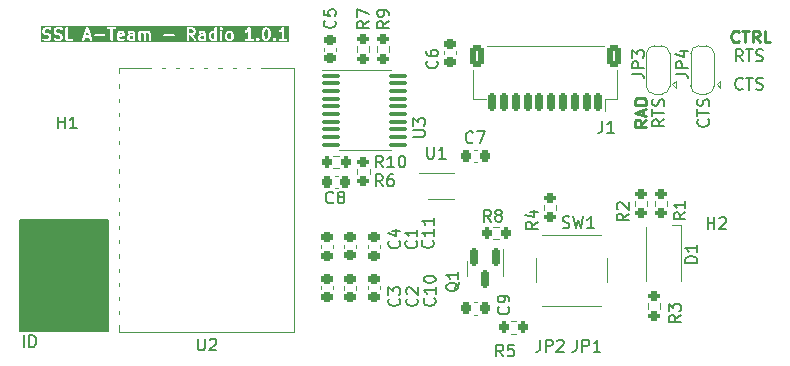
<source format=gbr>
%TF.GenerationSoftware,KiCad,Pcbnew,8.0.7*%
%TF.CreationDate,2025-04-13T14:21:12-04:00*%
%TF.ProjectId,radio,72616469-6f2e-46b6-9963-61645f706362,rev?*%
%TF.SameCoordinates,Original*%
%TF.FileFunction,Legend,Top*%
%TF.FilePolarity,Positive*%
%FSLAX46Y46*%
G04 Gerber Fmt 4.6, Leading zero omitted, Abs format (unit mm)*
G04 Created by KiCad (PCBNEW 8.0.7) date 2025-04-13 14:21:12*
%MOMM*%
%LPD*%
G01*
G04 APERTURE LIST*
G04 Aperture macros list*
%AMRoundRect*
0 Rectangle with rounded corners*
0 $1 Rounding radius*
0 $2 $3 $4 $5 $6 $7 $8 $9 X,Y pos of 4 corners*
0 Add a 4 corners polygon primitive as box body*
4,1,4,$2,$3,$4,$5,$6,$7,$8,$9,$2,$3,0*
0 Add four circle primitives for the rounded corners*
1,1,$1+$1,$2,$3*
1,1,$1+$1,$4,$5*
1,1,$1+$1,$6,$7*
1,1,$1+$1,$8,$9*
0 Add four rect primitives between the rounded corners*
20,1,$1+$1,$2,$3,$4,$5,0*
20,1,$1+$1,$4,$5,$6,$7,0*
20,1,$1+$1,$6,$7,$8,$9,0*
20,1,$1+$1,$8,$9,$2,$3,0*%
%AMFreePoly0*
4,1,19,0.550000,-0.750000,0.000000,-0.750000,0.000000,-0.744911,-0.071157,-0.744911,-0.207708,-0.704816,-0.327430,-0.627875,-0.420627,-0.520320,-0.479746,-0.390866,-0.500000,-0.250000,-0.500000,0.250000,-0.479746,0.390866,-0.420627,0.520320,-0.327430,0.627875,-0.207708,0.704816,-0.071157,0.744911,0.000000,0.744911,0.000000,0.750000,0.550000,0.750000,0.550000,-0.750000,0.550000,-0.750000,
$1*%
%AMFreePoly1*
4,1,19,0.000000,0.744911,0.071157,0.744911,0.207708,0.704816,0.327430,0.627875,0.420627,0.520320,0.479746,0.390866,0.500000,0.250000,0.500000,-0.250000,0.479746,-0.390866,0.420627,-0.520320,0.327430,-0.627875,0.207708,-0.704816,0.071157,-0.744911,0.000000,-0.744911,0.000000,-0.750000,-0.550000,-0.750000,-0.550000,0.750000,0.000000,0.750000,0.000000,0.744911,0.000000,0.744911,
$1*%
%AMFreePoly2*
4,1,6,1.037000,0.000000,0.437000,-0.600000,-0.150000,-0.600000,-0.150000,0.600000,0.437000,0.600000,1.037000,0.000000,1.037000,0.000000,$1*%
%AMFreePoly3*
4,1,6,0.150000,-0.600000,-1.037000,-0.600000,-0.437000,0.000000,-1.037000,0.600000,0.150000,0.600000,0.150000,-0.600000,0.150000,-0.600000,$1*%
G04 Aperture macros list end*
%ADD10C,0.150000*%
%ADD11C,0.250000*%
%ADD12C,0.200000*%
%ADD13C,0.120000*%
%ADD14C,0.100000*%
%ADD15C,0.160000*%
%ADD16R,1.000000X0.900000*%
%ADD17R,0.900000X1.000000*%
%ADD18C,0.800000*%
%ADD19R,0.800000X0.300000*%
%ADD20FreePoly0,90.000000*%
%ADD21R,1.500000X1.000000*%
%ADD22FreePoly1,90.000000*%
%ADD23RoundRect,0.225000X-0.250000X0.225000X-0.250000X-0.225000X0.250000X-0.225000X0.250000X0.225000X0*%
%ADD24RoundRect,0.200000X0.275000X-0.200000X0.275000X0.200000X-0.275000X0.200000X-0.275000X-0.200000X0*%
%ADD25RoundRect,0.225000X0.250000X-0.225000X0.250000X0.225000X-0.250000X0.225000X-0.250000X-0.225000X0*%
%ADD26RoundRect,0.200000X-0.200000X-0.275000X0.200000X-0.275000X0.200000X0.275000X-0.200000X0.275000X0*%
%ADD27FreePoly2,0.000000*%
%ADD28FreePoly3,0.000000*%
%ADD29RoundRect,0.150000X-0.150000X0.587500X-0.150000X-0.587500X0.150000X-0.587500X0.150000X0.587500X0*%
%ADD30C,1.600000*%
%ADD31R,0.900000X1.500000*%
%ADD32RoundRect,0.100000X-0.637500X-0.100000X0.637500X-0.100000X0.637500X0.100000X-0.637500X0.100000X0*%
%ADD33RoundRect,0.225000X-0.225000X-0.250000X0.225000X-0.250000X0.225000X0.250000X-0.225000X0.250000X0*%
%ADD34RoundRect,0.200000X-0.275000X0.200000X-0.275000X-0.200000X0.275000X-0.200000X0.275000X0.200000X0*%
%ADD35C,3.200000*%
%ADD36RoundRect,0.150000X0.150000X0.625000X-0.150000X0.625000X-0.150000X-0.625000X0.150000X-0.625000X0*%
%ADD37RoundRect,0.250000X0.350000X0.650000X-0.350000X0.650000X-0.350000X-0.650000X0.350000X-0.650000X0*%
%ADD38RoundRect,0.225000X0.225000X0.250000X-0.225000X0.250000X-0.225000X-0.250000X0.225000X-0.250000X0*%
G04 APERTURE END LIST*
D10*
X119500000Y-103000000D02*
X127000000Y-103000000D01*
X127000000Y-112400000D01*
X119500000Y-112400000D01*
X119500000Y-103000000D01*
G36*
X119500000Y-103000000D02*
G01*
X127000000Y-103000000D01*
X127000000Y-112400000D01*
X119500000Y-112400000D01*
X119500000Y-103000000D01*
G37*
X180708207Y-91874580D02*
X180660588Y-91922200D01*
X180660588Y-91922200D02*
X180517731Y-91969819D01*
X180517731Y-91969819D02*
X180422493Y-91969819D01*
X180422493Y-91969819D02*
X180279636Y-91922200D01*
X180279636Y-91922200D02*
X180184398Y-91826961D01*
X180184398Y-91826961D02*
X180136779Y-91731723D01*
X180136779Y-91731723D02*
X180089160Y-91541247D01*
X180089160Y-91541247D02*
X180089160Y-91398390D01*
X180089160Y-91398390D02*
X180136779Y-91207914D01*
X180136779Y-91207914D02*
X180184398Y-91112676D01*
X180184398Y-91112676D02*
X180279636Y-91017438D01*
X180279636Y-91017438D02*
X180422493Y-90969819D01*
X180422493Y-90969819D02*
X180517731Y-90969819D01*
X180517731Y-90969819D02*
X180660588Y-91017438D01*
X180660588Y-91017438D02*
X180708207Y-91065057D01*
X180993922Y-90969819D02*
X181565350Y-90969819D01*
X181279636Y-91969819D02*
X181279636Y-90969819D01*
X181851065Y-91922200D02*
X181993922Y-91969819D01*
X181993922Y-91969819D02*
X182232017Y-91969819D01*
X182232017Y-91969819D02*
X182327255Y-91922200D01*
X182327255Y-91922200D02*
X182374874Y-91874580D01*
X182374874Y-91874580D02*
X182422493Y-91779342D01*
X182422493Y-91779342D02*
X182422493Y-91684104D01*
X182422493Y-91684104D02*
X182374874Y-91588866D01*
X182374874Y-91588866D02*
X182327255Y-91541247D01*
X182327255Y-91541247D02*
X182232017Y-91493628D01*
X182232017Y-91493628D02*
X182041541Y-91446009D01*
X182041541Y-91446009D02*
X181946303Y-91398390D01*
X181946303Y-91398390D02*
X181898684Y-91350771D01*
X181898684Y-91350771D02*
X181851065Y-91255533D01*
X181851065Y-91255533D02*
X181851065Y-91160295D01*
X181851065Y-91160295D02*
X181898684Y-91065057D01*
X181898684Y-91065057D02*
X181946303Y-91017438D01*
X181946303Y-91017438D02*
X182041541Y-90969819D01*
X182041541Y-90969819D02*
X182279636Y-90969819D01*
X182279636Y-90969819D02*
X182422493Y-91017438D01*
X177774580Y-94491792D02*
X177822200Y-94539411D01*
X177822200Y-94539411D02*
X177869819Y-94682268D01*
X177869819Y-94682268D02*
X177869819Y-94777506D01*
X177869819Y-94777506D02*
X177822200Y-94920363D01*
X177822200Y-94920363D02*
X177726961Y-95015601D01*
X177726961Y-95015601D02*
X177631723Y-95063220D01*
X177631723Y-95063220D02*
X177441247Y-95110839D01*
X177441247Y-95110839D02*
X177298390Y-95110839D01*
X177298390Y-95110839D02*
X177107914Y-95063220D01*
X177107914Y-95063220D02*
X177012676Y-95015601D01*
X177012676Y-95015601D02*
X176917438Y-94920363D01*
X176917438Y-94920363D02*
X176869819Y-94777506D01*
X176869819Y-94777506D02*
X176869819Y-94682268D01*
X176869819Y-94682268D02*
X176917438Y-94539411D01*
X176917438Y-94539411D02*
X176965057Y-94491792D01*
X176869819Y-94206077D02*
X176869819Y-93634649D01*
X177869819Y-93920363D02*
X176869819Y-93920363D01*
X177822200Y-93348934D02*
X177869819Y-93206077D01*
X177869819Y-93206077D02*
X177869819Y-92967982D01*
X177869819Y-92967982D02*
X177822200Y-92872744D01*
X177822200Y-92872744D02*
X177774580Y-92825125D01*
X177774580Y-92825125D02*
X177679342Y-92777506D01*
X177679342Y-92777506D02*
X177584104Y-92777506D01*
X177584104Y-92777506D02*
X177488866Y-92825125D01*
X177488866Y-92825125D02*
X177441247Y-92872744D01*
X177441247Y-92872744D02*
X177393628Y-92967982D01*
X177393628Y-92967982D02*
X177346009Y-93158458D01*
X177346009Y-93158458D02*
X177298390Y-93253696D01*
X177298390Y-93253696D02*
X177250771Y-93301315D01*
X177250771Y-93301315D02*
X177155533Y-93348934D01*
X177155533Y-93348934D02*
X177060295Y-93348934D01*
X177060295Y-93348934D02*
X176965057Y-93301315D01*
X176965057Y-93301315D02*
X176917438Y-93253696D01*
X176917438Y-93253696D02*
X176869819Y-93158458D01*
X176869819Y-93158458D02*
X176869819Y-92920363D01*
X176869819Y-92920363D02*
X176917438Y-92777506D01*
D11*
X172564619Y-94526003D02*
X172088428Y-94859336D01*
X172564619Y-95097431D02*
X171564619Y-95097431D01*
X171564619Y-95097431D02*
X171564619Y-94716479D01*
X171564619Y-94716479D02*
X171612238Y-94621241D01*
X171612238Y-94621241D02*
X171659857Y-94573622D01*
X171659857Y-94573622D02*
X171755095Y-94526003D01*
X171755095Y-94526003D02*
X171897952Y-94526003D01*
X171897952Y-94526003D02*
X171993190Y-94573622D01*
X171993190Y-94573622D02*
X172040809Y-94621241D01*
X172040809Y-94621241D02*
X172088428Y-94716479D01*
X172088428Y-94716479D02*
X172088428Y-95097431D01*
X172278904Y-94145050D02*
X172278904Y-93668860D01*
X172564619Y-94240288D02*
X171564619Y-93906955D01*
X171564619Y-93906955D02*
X172564619Y-93573622D01*
X172564619Y-93240288D02*
X171564619Y-93240288D01*
X171564619Y-93240288D02*
X171564619Y-93002193D01*
X171564619Y-93002193D02*
X171612238Y-92859336D01*
X171612238Y-92859336D02*
X171707476Y-92764098D01*
X171707476Y-92764098D02*
X171802714Y-92716479D01*
X171802714Y-92716479D02*
X171993190Y-92668860D01*
X171993190Y-92668860D02*
X172136047Y-92668860D01*
X172136047Y-92668860D02*
X172326523Y-92716479D01*
X172326523Y-92716479D02*
X172421761Y-92764098D01*
X172421761Y-92764098D02*
X172517000Y-92859336D01*
X172517000Y-92859336D02*
X172564619Y-93002193D01*
X172564619Y-93002193D02*
X172564619Y-93240288D01*
D10*
X119836779Y-113769819D02*
X119836779Y-112769819D01*
X120312969Y-113769819D02*
X120312969Y-112769819D01*
X120312969Y-112769819D02*
X120551064Y-112769819D01*
X120551064Y-112769819D02*
X120693921Y-112817438D01*
X120693921Y-112817438D02*
X120789159Y-112912676D01*
X120789159Y-112912676D02*
X120836778Y-113007914D01*
X120836778Y-113007914D02*
X120884397Y-113198390D01*
X120884397Y-113198390D02*
X120884397Y-113341247D01*
X120884397Y-113341247D02*
X120836778Y-113531723D01*
X120836778Y-113531723D02*
X120789159Y-113626961D01*
X120789159Y-113626961D02*
X120693921Y-113722200D01*
X120693921Y-113722200D02*
X120551064Y-113769819D01*
X120551064Y-113769819D02*
X120312969Y-113769819D01*
D12*
G36*
X128201655Y-87207707D02*
G01*
X128219105Y-87242607D01*
X127947620Y-87296904D01*
X127947620Y-87252016D01*
X127969775Y-87207706D01*
X128014084Y-87185552D01*
X128157346Y-87185552D01*
X128201655Y-87207707D01*
G37*
G36*
X129080953Y-87642796D02*
G01*
X129062108Y-87652219D01*
X128871227Y-87652219D01*
X128826917Y-87630064D01*
X128804763Y-87585754D01*
X128804763Y-87537730D01*
X128826918Y-87493420D01*
X128871227Y-87471266D01*
X129080953Y-87471266D01*
X129080953Y-87642796D01*
G37*
G36*
X135080953Y-87642796D02*
G01*
X135062108Y-87652219D01*
X134871227Y-87652219D01*
X134826917Y-87630064D01*
X134804763Y-87585754D01*
X134804763Y-87537730D01*
X134826918Y-87493420D01*
X134871227Y-87471266D01*
X135080953Y-87471266D01*
X135080953Y-87642796D01*
G37*
G36*
X135985715Y-87194974D02*
G01*
X135985715Y-87642796D01*
X135966870Y-87652219D01*
X135823608Y-87652219D01*
X135763998Y-87622414D01*
X135739331Y-87597746D01*
X135709525Y-87538134D01*
X135709525Y-87299635D01*
X135739330Y-87240025D01*
X135763998Y-87215356D01*
X135823608Y-87185552D01*
X135966870Y-87185552D01*
X135985715Y-87194974D01*
G37*
G36*
X137359812Y-87215357D02*
G01*
X137384481Y-87240025D01*
X137414286Y-87299635D01*
X137414286Y-87538135D01*
X137384481Y-87597743D01*
X137359812Y-87622413D01*
X137300203Y-87652219D01*
X137204560Y-87652219D01*
X137144950Y-87622414D01*
X137120283Y-87597746D01*
X137090477Y-87538134D01*
X137090477Y-87299635D01*
X137120282Y-87240025D01*
X137144950Y-87215356D01*
X137204560Y-87185552D01*
X137300203Y-87185552D01*
X137359812Y-87215357D01*
G37*
G36*
X140455050Y-86882024D02*
G01*
X140479719Y-86906692D01*
X140515172Y-86977599D01*
X140557143Y-87145480D01*
X140557143Y-87358956D01*
X140515172Y-87526837D01*
X140479719Y-87597743D01*
X140455050Y-87622413D01*
X140395441Y-87652219D01*
X140347417Y-87652219D01*
X140287807Y-87622414D01*
X140263140Y-87597746D01*
X140227685Y-87526837D01*
X140185715Y-87358956D01*
X140185715Y-87145481D01*
X140227685Y-86977599D01*
X140263139Y-86906692D01*
X140287807Y-86882023D01*
X140347417Y-86852219D01*
X140395441Y-86852219D01*
X140455050Y-86882024D01*
G37*
G36*
X134169336Y-86882024D02*
G01*
X134194005Y-86906692D01*
X134223810Y-86966302D01*
X134223810Y-87061945D01*
X134194005Y-87121554D01*
X134169336Y-87146222D01*
X134109727Y-87176028D01*
X133852382Y-87176028D01*
X133852382Y-86852219D01*
X134109727Y-86852219D01*
X134169336Y-86882024D01*
G37*
G36*
X125327925Y-87366504D02*
G01*
X125129220Y-87366504D01*
X125228572Y-87068446D01*
X125327925Y-87366504D01*
G37*
G36*
X142294904Y-87963330D02*
G01*
X121303175Y-87963330D01*
X121303175Y-86942695D01*
X121414286Y-86942695D01*
X121414286Y-87037933D01*
X121416207Y-87057442D01*
X121417582Y-87060762D01*
X121417837Y-87064346D01*
X121424843Y-87082654D01*
X121472462Y-87177892D01*
X121477747Y-87186288D01*
X121478758Y-87188728D01*
X121481011Y-87191474D01*
X121482905Y-87194482D01*
X121484899Y-87196211D01*
X121491194Y-87203882D01*
X121538813Y-87251500D01*
X121546479Y-87257792D01*
X121548212Y-87259790D01*
X121551220Y-87261683D01*
X121553966Y-87263937D01*
X121556406Y-87264947D01*
X121564803Y-87270233D01*
X121660040Y-87317852D01*
X121661468Y-87318398D01*
X121662048Y-87318828D01*
X121670224Y-87321749D01*
X121678349Y-87324858D01*
X121679069Y-87324909D01*
X121680508Y-87325423D01*
X121860333Y-87370379D01*
X121931240Y-87405833D01*
X121955909Y-87430501D01*
X121985714Y-87490111D01*
X121985714Y-87538135D01*
X121955909Y-87597743D01*
X121931240Y-87622413D01*
X121871631Y-87652219D01*
X121673369Y-87652219D01*
X121545909Y-87609732D01*
X121526793Y-87605385D01*
X121487873Y-87608151D01*
X121452974Y-87625601D01*
X121427409Y-87655077D01*
X121415071Y-87692093D01*
X121417837Y-87731013D01*
X121435287Y-87765912D01*
X121464763Y-87791477D01*
X121482663Y-87799468D01*
X121625520Y-87847087D01*
X121635192Y-87849286D01*
X121637634Y-87850298D01*
X121641171Y-87850646D01*
X121644635Y-87851434D01*
X121647269Y-87851246D01*
X121657143Y-87852219D01*
X121895238Y-87852219D01*
X121914747Y-87850298D01*
X121918067Y-87848922D01*
X121921651Y-87848668D01*
X121939959Y-87841662D01*
X122035197Y-87794043D01*
X122043592Y-87788758D01*
X122046034Y-87787747D01*
X122048781Y-87785491D01*
X122051787Y-87783600D01*
X122053517Y-87781605D01*
X122061187Y-87775310D01*
X122108806Y-87727690D01*
X122115098Y-87720023D01*
X122117095Y-87718292D01*
X122118988Y-87715284D01*
X122121243Y-87712537D01*
X122122254Y-87710095D01*
X122127538Y-87701701D01*
X122175157Y-87606464D01*
X122182163Y-87588155D01*
X122182417Y-87584571D01*
X122183793Y-87581251D01*
X122185714Y-87561742D01*
X122185714Y-87466504D01*
X122183793Y-87446995D01*
X122182417Y-87443674D01*
X122182163Y-87440091D01*
X122175157Y-87421782D01*
X122127538Y-87326545D01*
X122122252Y-87318148D01*
X122121242Y-87315708D01*
X122118988Y-87312962D01*
X122117095Y-87309954D01*
X122115097Y-87308221D01*
X122108805Y-87300555D01*
X122061187Y-87252936D01*
X122053516Y-87246641D01*
X122051787Y-87244647D01*
X122048779Y-87242753D01*
X122046033Y-87240500D01*
X122043593Y-87239489D01*
X122035197Y-87234204D01*
X121939959Y-87186585D01*
X121938532Y-87186039D01*
X121937952Y-87185609D01*
X121929775Y-87182687D01*
X121921651Y-87179579D01*
X121920928Y-87179527D01*
X121919491Y-87179014D01*
X121739666Y-87134057D01*
X121668759Y-87098604D01*
X121644091Y-87073935D01*
X121614286Y-87014325D01*
X121614286Y-86966302D01*
X121626090Y-86942695D01*
X122366667Y-86942695D01*
X122366667Y-87037933D01*
X122368588Y-87057442D01*
X122369963Y-87060762D01*
X122370218Y-87064346D01*
X122377224Y-87082654D01*
X122424843Y-87177892D01*
X122430128Y-87186288D01*
X122431139Y-87188728D01*
X122433392Y-87191474D01*
X122435286Y-87194482D01*
X122437280Y-87196211D01*
X122443575Y-87203882D01*
X122491194Y-87251500D01*
X122498860Y-87257792D01*
X122500593Y-87259790D01*
X122503601Y-87261683D01*
X122506347Y-87263937D01*
X122508787Y-87264947D01*
X122517184Y-87270233D01*
X122612421Y-87317852D01*
X122613849Y-87318398D01*
X122614429Y-87318828D01*
X122622605Y-87321749D01*
X122630730Y-87324858D01*
X122631450Y-87324909D01*
X122632889Y-87325423D01*
X122812714Y-87370379D01*
X122883621Y-87405833D01*
X122908290Y-87430501D01*
X122938095Y-87490111D01*
X122938095Y-87538135D01*
X122908290Y-87597743D01*
X122883621Y-87622413D01*
X122824012Y-87652219D01*
X122625750Y-87652219D01*
X122498290Y-87609732D01*
X122479174Y-87605385D01*
X122440254Y-87608151D01*
X122405355Y-87625601D01*
X122379790Y-87655077D01*
X122367452Y-87692093D01*
X122370218Y-87731013D01*
X122387668Y-87765912D01*
X122417144Y-87791477D01*
X122435044Y-87799468D01*
X122577901Y-87847087D01*
X122587573Y-87849286D01*
X122590015Y-87850298D01*
X122593552Y-87850646D01*
X122597016Y-87851434D01*
X122599650Y-87851246D01*
X122609524Y-87852219D01*
X122847619Y-87852219D01*
X122867128Y-87850298D01*
X122870448Y-87848922D01*
X122874032Y-87848668D01*
X122892340Y-87841662D01*
X122987578Y-87794043D01*
X122995973Y-87788758D01*
X122998415Y-87787747D01*
X123001162Y-87785491D01*
X123004168Y-87783600D01*
X123005898Y-87781605D01*
X123013568Y-87775310D01*
X123061187Y-87727690D01*
X123067479Y-87720023D01*
X123069476Y-87718292D01*
X123071369Y-87715284D01*
X123073624Y-87712537D01*
X123074635Y-87710095D01*
X123079919Y-87701701D01*
X123127538Y-87606464D01*
X123134544Y-87588155D01*
X123134798Y-87584571D01*
X123136174Y-87581251D01*
X123138095Y-87561742D01*
X123138095Y-87466504D01*
X123136174Y-87446995D01*
X123134798Y-87443674D01*
X123134544Y-87440091D01*
X123127538Y-87421782D01*
X123079919Y-87326545D01*
X123074633Y-87318148D01*
X123073623Y-87315708D01*
X123071369Y-87312962D01*
X123069476Y-87309954D01*
X123067478Y-87308221D01*
X123061186Y-87300555D01*
X123013568Y-87252936D01*
X123005897Y-87246641D01*
X123004168Y-87244647D01*
X123001160Y-87242753D01*
X122998414Y-87240500D01*
X122995974Y-87239489D01*
X122987578Y-87234204D01*
X122892340Y-87186585D01*
X122890913Y-87186039D01*
X122890333Y-87185609D01*
X122882156Y-87182687D01*
X122874032Y-87179579D01*
X122873309Y-87179527D01*
X122871872Y-87179014D01*
X122692047Y-87134057D01*
X122621140Y-87098604D01*
X122596472Y-87073935D01*
X122566667Y-87014325D01*
X122566667Y-86966302D01*
X122596472Y-86906692D01*
X122621140Y-86882023D01*
X122680750Y-86852219D01*
X122879011Y-86852219D01*
X123006472Y-86894706D01*
X123025587Y-86899053D01*
X123064507Y-86896287D01*
X123099406Y-86878837D01*
X123124971Y-86849361D01*
X123137310Y-86812345D01*
X123134543Y-86773425D01*
X123123940Y-86752219D01*
X123366667Y-86752219D01*
X123366667Y-87752219D01*
X123368588Y-87771728D01*
X123383520Y-87807776D01*
X123411110Y-87835366D01*
X123447158Y-87850298D01*
X123466667Y-87852219D01*
X123942857Y-87852219D01*
X123962366Y-87850298D01*
X123998414Y-87835366D01*
X124026004Y-87807776D01*
X124040936Y-87771728D01*
X124040936Y-87739712D01*
X124796024Y-87739712D01*
X124798790Y-87778632D01*
X124816240Y-87813531D01*
X124845716Y-87839096D01*
X124882732Y-87851434D01*
X124921652Y-87848668D01*
X124956551Y-87831218D01*
X124982116Y-87801742D01*
X124990107Y-87783842D01*
X125062553Y-87566504D01*
X125394591Y-87566504D01*
X125467037Y-87783841D01*
X125475028Y-87801742D01*
X125500593Y-87831218D01*
X125535492Y-87848667D01*
X125574412Y-87851434D01*
X125611428Y-87839095D01*
X125640904Y-87813530D01*
X125658354Y-87778631D01*
X125661120Y-87739711D01*
X125656773Y-87720596D01*
X125533827Y-87351757D01*
X125797160Y-87351757D01*
X125797160Y-87390775D01*
X125812092Y-87426823D01*
X125839682Y-87454413D01*
X125875730Y-87469345D01*
X125895239Y-87471266D01*
X126657144Y-87471266D01*
X126676653Y-87469345D01*
X126712701Y-87454413D01*
X126740291Y-87426823D01*
X126755223Y-87390775D01*
X126755223Y-87351757D01*
X126740291Y-87315709D01*
X126712701Y-87288119D01*
X126676653Y-87273187D01*
X126657144Y-87271266D01*
X125895239Y-87271266D01*
X125875730Y-87273187D01*
X125839682Y-87288119D01*
X125812092Y-87315709D01*
X125797160Y-87351757D01*
X125533827Y-87351757D01*
X125327478Y-86732710D01*
X126892398Y-86732710D01*
X126892398Y-86771728D01*
X126907330Y-86807776D01*
X126934920Y-86835366D01*
X126970968Y-86850298D01*
X126990477Y-86852219D01*
X127176191Y-86852219D01*
X127176191Y-87752219D01*
X127178112Y-87771728D01*
X127193044Y-87807776D01*
X127220634Y-87835366D01*
X127256682Y-87850298D01*
X127295700Y-87850298D01*
X127331748Y-87835366D01*
X127359338Y-87807776D01*
X127374270Y-87771728D01*
X127376191Y-87752219D01*
X127376191Y-87228409D01*
X127747620Y-87228409D01*
X127747620Y-87609361D01*
X127749541Y-87628870D01*
X127750916Y-87632190D01*
X127751171Y-87635773D01*
X127758177Y-87654082D01*
X127805796Y-87749321D01*
X127807849Y-87752584D01*
X127808363Y-87754123D01*
X127810025Y-87756039D01*
X127816239Y-87765911D01*
X127825710Y-87774125D01*
X127833927Y-87783600D01*
X127843797Y-87789812D01*
X127845715Y-87791476D01*
X127847255Y-87791989D01*
X127850518Y-87794043D01*
X127945755Y-87841662D01*
X127964064Y-87848668D01*
X127967647Y-87848922D01*
X127970968Y-87850298D01*
X127990477Y-87852219D01*
X128180953Y-87852219D01*
X128200462Y-87850298D01*
X128203782Y-87848922D01*
X128207366Y-87848668D01*
X128225674Y-87841662D01*
X128320912Y-87794043D01*
X128337502Y-87783600D01*
X128363067Y-87754123D01*
X128375405Y-87717107D01*
X128372640Y-87678187D01*
X128355191Y-87643289D01*
X128325714Y-87617724D01*
X128288698Y-87605385D01*
X128249778Y-87608151D01*
X128231469Y-87615157D01*
X128157346Y-87652219D01*
X128014084Y-87652219D01*
X127969774Y-87630064D01*
X127947620Y-87585754D01*
X127947620Y-87514123D01*
X128604763Y-87514123D01*
X128604763Y-87609361D01*
X128606684Y-87628870D01*
X128608059Y-87632190D01*
X128608314Y-87635773D01*
X128615320Y-87654082D01*
X128662939Y-87749321D01*
X128664992Y-87752584D01*
X128665506Y-87754123D01*
X128667168Y-87756039D01*
X128673382Y-87765911D01*
X128682853Y-87774125D01*
X128691070Y-87783600D01*
X128700940Y-87789812D01*
X128702858Y-87791476D01*
X128704398Y-87791989D01*
X128707661Y-87794043D01*
X128802898Y-87841662D01*
X128821207Y-87848668D01*
X128824790Y-87848922D01*
X128828111Y-87850298D01*
X128847620Y-87852219D01*
X129085715Y-87852219D01*
X129105224Y-87850298D01*
X129108544Y-87848922D01*
X129112128Y-87848668D01*
X129130436Y-87841662D01*
X129135039Y-87839360D01*
X129161444Y-87850298D01*
X129200462Y-87850298D01*
X129236510Y-87835366D01*
X129264100Y-87807776D01*
X129279032Y-87771728D01*
X129280953Y-87752219D01*
X129280953Y-87228409D01*
X129279032Y-87208900D01*
X129277656Y-87205579D01*
X129277402Y-87201996D01*
X129270396Y-87183687D01*
X129222777Y-87088450D01*
X129220952Y-87085552D01*
X129557144Y-87085552D01*
X129557144Y-87752219D01*
X129559065Y-87771728D01*
X129573997Y-87807776D01*
X129601587Y-87835366D01*
X129637635Y-87850298D01*
X129676653Y-87850298D01*
X129712701Y-87835366D01*
X129740291Y-87807776D01*
X129755223Y-87771728D01*
X129757144Y-87752219D01*
X129757144Y-87222211D01*
X129763998Y-87215356D01*
X129823608Y-87185552D01*
X129919251Y-87185552D01*
X129963560Y-87207707D01*
X129985715Y-87252016D01*
X129985715Y-87752219D01*
X129987636Y-87771728D01*
X130002568Y-87807776D01*
X130030158Y-87835366D01*
X130066206Y-87850298D01*
X130105224Y-87850298D01*
X130141272Y-87835366D01*
X130168862Y-87807776D01*
X130183794Y-87771728D01*
X130185715Y-87752219D01*
X130185715Y-87252016D01*
X130207870Y-87207706D01*
X130252179Y-87185552D01*
X130347822Y-87185552D01*
X130392132Y-87207706D01*
X130414287Y-87252016D01*
X130414287Y-87752219D01*
X130416208Y-87771728D01*
X130431140Y-87807776D01*
X130458730Y-87835366D01*
X130494778Y-87850298D01*
X130533796Y-87850298D01*
X130569844Y-87835366D01*
X130597434Y-87807776D01*
X130612366Y-87771728D01*
X130614287Y-87752219D01*
X130614287Y-87351757D01*
X131654303Y-87351757D01*
X131654303Y-87390775D01*
X131669235Y-87426823D01*
X131696825Y-87454413D01*
X131732873Y-87469345D01*
X131752382Y-87471266D01*
X132514287Y-87471266D01*
X132533796Y-87469345D01*
X132569844Y-87454413D01*
X132597434Y-87426823D01*
X132612366Y-87390775D01*
X132612366Y-87351757D01*
X132597434Y-87315709D01*
X132569844Y-87288119D01*
X132533796Y-87273187D01*
X132514287Y-87271266D01*
X131752382Y-87271266D01*
X131732873Y-87273187D01*
X131696825Y-87288119D01*
X131669235Y-87315709D01*
X131654303Y-87351757D01*
X130614287Y-87351757D01*
X130614287Y-87228409D01*
X130612366Y-87208900D01*
X130610990Y-87205579D01*
X130610736Y-87201996D01*
X130603730Y-87183687D01*
X130556111Y-87088450D01*
X130554057Y-87085187D01*
X130553544Y-87083647D01*
X130551880Y-87081729D01*
X130545668Y-87071859D01*
X130536193Y-87063642D01*
X130527979Y-87054171D01*
X130518107Y-87047957D01*
X130516191Y-87046295D01*
X130514652Y-87045781D01*
X130511389Y-87043728D01*
X130416150Y-86996109D01*
X130397841Y-86989103D01*
X130394258Y-86988848D01*
X130390938Y-86987473D01*
X130371429Y-86985552D01*
X130228572Y-86985552D01*
X130209063Y-86987473D01*
X130205742Y-86988848D01*
X130202159Y-86989103D01*
X130183850Y-86996109D01*
X130088613Y-87043728D01*
X130085714Y-87045552D01*
X130082817Y-87043728D01*
X129987579Y-86996109D01*
X129969271Y-86989103D01*
X129965687Y-86988848D01*
X129962367Y-86987473D01*
X129942858Y-86985552D01*
X129800001Y-86985552D01*
X129780492Y-86987473D01*
X129777171Y-86988848D01*
X129773588Y-86989103D01*
X129755279Y-86996109D01*
X129722696Y-87012400D01*
X129712701Y-87002405D01*
X129676653Y-86987473D01*
X129637635Y-86987473D01*
X129601587Y-87002405D01*
X129573997Y-87029995D01*
X129559065Y-87066043D01*
X129557144Y-87085552D01*
X129220952Y-87085552D01*
X129220722Y-87085186D01*
X129220210Y-87083648D01*
X129218548Y-87081732D01*
X129212334Y-87071859D01*
X129202858Y-87063641D01*
X129194645Y-87054171D01*
X129184773Y-87047957D01*
X129182857Y-87046295D01*
X129181318Y-87045781D01*
X129178055Y-87043728D01*
X129082817Y-86996109D01*
X129064509Y-86989103D01*
X129060925Y-86988848D01*
X129057605Y-86987473D01*
X129038096Y-86985552D01*
X128847620Y-86985552D01*
X128828111Y-86987473D01*
X128824790Y-86988848D01*
X128821207Y-86989103D01*
X128802898Y-86996109D01*
X128707661Y-87043728D01*
X128691070Y-87054171D01*
X128665506Y-87083648D01*
X128653167Y-87120664D01*
X128655933Y-87159584D01*
X128673382Y-87194483D01*
X128702859Y-87220047D01*
X128739875Y-87232386D01*
X128778795Y-87229620D01*
X128797103Y-87222614D01*
X128871227Y-87185552D01*
X129014489Y-87185552D01*
X129058798Y-87207707D01*
X129080953Y-87252016D01*
X129080953Y-87261843D01*
X129062108Y-87271266D01*
X128847620Y-87271266D01*
X128828111Y-87273187D01*
X128824790Y-87274562D01*
X128821207Y-87274817D01*
X128802898Y-87281823D01*
X128707661Y-87329442D01*
X128704397Y-87331496D01*
X128702859Y-87332009D01*
X128700943Y-87333670D01*
X128691070Y-87339885D01*
X128682852Y-87349360D01*
X128673382Y-87357574D01*
X128667168Y-87367445D01*
X128665506Y-87369362D01*
X128664992Y-87370900D01*
X128662939Y-87374164D01*
X128615320Y-87469402D01*
X128608314Y-87487710D01*
X128608059Y-87491293D01*
X128606684Y-87494614D01*
X128604763Y-87514123D01*
X127947620Y-87514123D01*
X127947620Y-87500865D01*
X128343316Y-87421726D01*
X128343319Y-87421726D01*
X128343321Y-87421724D01*
X128343421Y-87421705D01*
X128362175Y-87415995D01*
X128370315Y-87410543D01*
X128379367Y-87406794D01*
X128386368Y-87399792D01*
X128394594Y-87394284D01*
X128400028Y-87386132D01*
X128406957Y-87379204D01*
X128410746Y-87370056D01*
X128416238Y-87361819D01*
X128418139Y-87352208D01*
X128421889Y-87343156D01*
X128423810Y-87323647D01*
X128423810Y-87228409D01*
X128421889Y-87208900D01*
X128420513Y-87205579D01*
X128420259Y-87201996D01*
X128413253Y-87183687D01*
X128365634Y-87088450D01*
X128363579Y-87085186D01*
X128363067Y-87083648D01*
X128361405Y-87081732D01*
X128355191Y-87071859D01*
X128345715Y-87063641D01*
X128337502Y-87054171D01*
X128327630Y-87047957D01*
X128325714Y-87046295D01*
X128324175Y-87045781D01*
X128320912Y-87043728D01*
X128225674Y-86996109D01*
X128207366Y-86989103D01*
X128203782Y-86988848D01*
X128200462Y-86987473D01*
X128180953Y-86985552D01*
X127990477Y-86985552D01*
X127970968Y-86987473D01*
X127967647Y-86988848D01*
X127964064Y-86989103D01*
X127945755Y-86996109D01*
X127850518Y-87043728D01*
X127847254Y-87045782D01*
X127845716Y-87046295D01*
X127843800Y-87047956D01*
X127833927Y-87054171D01*
X127825709Y-87063646D01*
X127816239Y-87071860D01*
X127810025Y-87081731D01*
X127808363Y-87083648D01*
X127807849Y-87085186D01*
X127805796Y-87088450D01*
X127758177Y-87183688D01*
X127751171Y-87201996D01*
X127750916Y-87205579D01*
X127749541Y-87208900D01*
X127747620Y-87228409D01*
X127376191Y-87228409D01*
X127376191Y-86852219D01*
X127561905Y-86852219D01*
X127581414Y-86850298D01*
X127617462Y-86835366D01*
X127645052Y-86807776D01*
X127659984Y-86771728D01*
X127659984Y-86752219D01*
X133652382Y-86752219D01*
X133652382Y-87752219D01*
X133654303Y-87771728D01*
X133669235Y-87807776D01*
X133696825Y-87835366D01*
X133732873Y-87850298D01*
X133771891Y-87850298D01*
X133807939Y-87835366D01*
X133835529Y-87807776D01*
X133850461Y-87771728D01*
X133852382Y-87752219D01*
X133852382Y-87376028D01*
X133938412Y-87376028D01*
X134241887Y-87809565D01*
X134254648Y-87824446D01*
X134287553Y-87845415D01*
X134325978Y-87852196D01*
X134364072Y-87843756D01*
X134396037Y-87821381D01*
X134417006Y-87788476D01*
X134423787Y-87750052D01*
X134415347Y-87711957D01*
X134405733Y-87694873D01*
X134279208Y-87514123D01*
X134604763Y-87514123D01*
X134604763Y-87609361D01*
X134606684Y-87628870D01*
X134608059Y-87632190D01*
X134608314Y-87635773D01*
X134615320Y-87654082D01*
X134662939Y-87749321D01*
X134664992Y-87752584D01*
X134665506Y-87754123D01*
X134667168Y-87756039D01*
X134673382Y-87765911D01*
X134682853Y-87774125D01*
X134691070Y-87783600D01*
X134700940Y-87789812D01*
X134702858Y-87791476D01*
X134704398Y-87791989D01*
X134707661Y-87794043D01*
X134802898Y-87841662D01*
X134821207Y-87848668D01*
X134824790Y-87848922D01*
X134828111Y-87850298D01*
X134847620Y-87852219D01*
X135085715Y-87852219D01*
X135105224Y-87850298D01*
X135108544Y-87848922D01*
X135112128Y-87848668D01*
X135130436Y-87841662D01*
X135135039Y-87839360D01*
X135161444Y-87850298D01*
X135200462Y-87850298D01*
X135236510Y-87835366D01*
X135264100Y-87807776D01*
X135279032Y-87771728D01*
X135280953Y-87752219D01*
X135280953Y-87276028D01*
X135509525Y-87276028D01*
X135509525Y-87561742D01*
X135511446Y-87581251D01*
X135512821Y-87584571D01*
X135513076Y-87588155D01*
X135520082Y-87606463D01*
X135567701Y-87701701D01*
X135572984Y-87710093D01*
X135573996Y-87712537D01*
X135576252Y-87715286D01*
X135578144Y-87718291D01*
X135580138Y-87720020D01*
X135586433Y-87727690D01*
X135634051Y-87775310D01*
X135641719Y-87781603D01*
X135643451Y-87783600D01*
X135646459Y-87785493D01*
X135649205Y-87787747D01*
X135651645Y-87788757D01*
X135660042Y-87794043D01*
X135755279Y-87841662D01*
X135773588Y-87848668D01*
X135777171Y-87848922D01*
X135780492Y-87850298D01*
X135800001Y-87852219D01*
X135990477Y-87852219D01*
X136009986Y-87850298D01*
X136013306Y-87848922D01*
X136016890Y-87848668D01*
X136035198Y-87841662D01*
X136039801Y-87839360D01*
X136066206Y-87850298D01*
X136105224Y-87850298D01*
X136141272Y-87835366D01*
X136168862Y-87807776D01*
X136183794Y-87771728D01*
X136185715Y-87752219D01*
X136185715Y-87085552D01*
X136461906Y-87085552D01*
X136461906Y-87752219D01*
X136463827Y-87771728D01*
X136478759Y-87807776D01*
X136506349Y-87835366D01*
X136542397Y-87850298D01*
X136581415Y-87850298D01*
X136617463Y-87835366D01*
X136645053Y-87807776D01*
X136659985Y-87771728D01*
X136661906Y-87752219D01*
X136661906Y-87276028D01*
X136890477Y-87276028D01*
X136890477Y-87561742D01*
X136892398Y-87581251D01*
X136893773Y-87584571D01*
X136894028Y-87588155D01*
X136901034Y-87606463D01*
X136948653Y-87701701D01*
X136953936Y-87710093D01*
X136954948Y-87712537D01*
X136957204Y-87715286D01*
X136959096Y-87718291D01*
X136961090Y-87720020D01*
X136967385Y-87727690D01*
X137015003Y-87775310D01*
X137022671Y-87781603D01*
X137024403Y-87783600D01*
X137027411Y-87785493D01*
X137030157Y-87787747D01*
X137032597Y-87788757D01*
X137040994Y-87794043D01*
X137136231Y-87841662D01*
X137154540Y-87848668D01*
X137158123Y-87848922D01*
X137161444Y-87850298D01*
X137180953Y-87852219D01*
X137323810Y-87852219D01*
X137343319Y-87850298D01*
X137346639Y-87848922D01*
X137350223Y-87848668D01*
X137368531Y-87841662D01*
X137463769Y-87794043D01*
X137472164Y-87788758D01*
X137474606Y-87787747D01*
X137477353Y-87785491D01*
X137480359Y-87783600D01*
X137482089Y-87781605D01*
X137489759Y-87775310D01*
X137537378Y-87727690D01*
X137543670Y-87720023D01*
X137545667Y-87718292D01*
X137547560Y-87715284D01*
X137549815Y-87712537D01*
X137550826Y-87710095D01*
X137556110Y-87701701D01*
X137603729Y-87606464D01*
X137610735Y-87588155D01*
X137610989Y-87584571D01*
X137612365Y-87581251D01*
X137614286Y-87561742D01*
X137614286Y-87276028D01*
X137612365Y-87256519D01*
X137610989Y-87253198D01*
X137610735Y-87249615D01*
X137603729Y-87231306D01*
X137556110Y-87136069D01*
X137550824Y-87127672D01*
X137549814Y-87125232D01*
X137547560Y-87122486D01*
X137545667Y-87119478D01*
X137543669Y-87117745D01*
X137537377Y-87110079D01*
X137489759Y-87062460D01*
X137482088Y-87056165D01*
X137480359Y-87054171D01*
X137477351Y-87052277D01*
X137474605Y-87050024D01*
X137472165Y-87049013D01*
X137463769Y-87043728D01*
X137427165Y-87025426D01*
X138557929Y-87025426D01*
X138560695Y-87064346D01*
X138578144Y-87099245D01*
X138607621Y-87124809D01*
X138644637Y-87137148D01*
X138683557Y-87134382D01*
X138701865Y-87127376D01*
X138797103Y-87079757D01*
X138805499Y-87074471D01*
X138807939Y-87073461D01*
X138810685Y-87071207D01*
X138813693Y-87069314D01*
X138815422Y-87067319D01*
X138823093Y-87061025D01*
X138842858Y-87041260D01*
X138842858Y-87652219D01*
X138657144Y-87652219D01*
X138637635Y-87654140D01*
X138601587Y-87669072D01*
X138573997Y-87696662D01*
X138559065Y-87732710D01*
X138559065Y-87771728D01*
X138573997Y-87807776D01*
X138601587Y-87835366D01*
X138637635Y-87850298D01*
X138657144Y-87852219D01*
X139228572Y-87852219D01*
X139248081Y-87850298D01*
X139284129Y-87835366D01*
X139311719Y-87807776D01*
X139326651Y-87771728D01*
X139326651Y-87732710D01*
X139311719Y-87696662D01*
X139300148Y-87685091D01*
X139511446Y-87685091D01*
X139511446Y-87724109D01*
X139517909Y-87739711D01*
X139526378Y-87760158D01*
X139526382Y-87760162D01*
X139538814Y-87775311D01*
X139586433Y-87822929D01*
X139601586Y-87835366D01*
X139610589Y-87839095D01*
X139637635Y-87850298D01*
X139676653Y-87850298D01*
X139712701Y-87835366D01*
X139727855Y-87822930D01*
X139775473Y-87775311D01*
X139787910Y-87760158D01*
X139794662Y-87743856D01*
X139802841Y-87724110D01*
X139802842Y-87685092D01*
X139787911Y-87649043D01*
X139775474Y-87633890D01*
X139727855Y-87586270D01*
X139712702Y-87573833D01*
X139690508Y-87564640D01*
X139686435Y-87562953D01*
X139676653Y-87558901D01*
X139637635Y-87558901D01*
X139627853Y-87562953D01*
X139601587Y-87573832D01*
X139601586Y-87573833D01*
X139586432Y-87586270D01*
X139538814Y-87633890D01*
X139526377Y-87649043D01*
X139516364Y-87673219D01*
X139511446Y-87685091D01*
X139300148Y-87685091D01*
X139284129Y-87669072D01*
X139248081Y-87654140D01*
X139228572Y-87652219D01*
X139042858Y-87652219D01*
X139042858Y-87133171D01*
X139985715Y-87133171D01*
X139985715Y-87371266D01*
X139986050Y-87374668D01*
X139985833Y-87376127D01*
X139986912Y-87383424D01*
X139987636Y-87390775D01*
X139988200Y-87392138D01*
X139988701Y-87395520D01*
X140036320Y-87585995D01*
X140036833Y-87587432D01*
X140036885Y-87588155D01*
X140039993Y-87596279D01*
X140042915Y-87604456D01*
X140043345Y-87605036D01*
X140043891Y-87606463D01*
X140091510Y-87701701D01*
X140096793Y-87710093D01*
X140097805Y-87712537D01*
X140100061Y-87715286D01*
X140101953Y-87718291D01*
X140103947Y-87720020D01*
X140110242Y-87727690D01*
X140157860Y-87775310D01*
X140165528Y-87781603D01*
X140167260Y-87783600D01*
X140170268Y-87785493D01*
X140173014Y-87787747D01*
X140175454Y-87788757D01*
X140183851Y-87794043D01*
X140279088Y-87841662D01*
X140297397Y-87848668D01*
X140300980Y-87848922D01*
X140304301Y-87850298D01*
X140323810Y-87852219D01*
X140419048Y-87852219D01*
X140438557Y-87850298D01*
X140441877Y-87848922D01*
X140445461Y-87848668D01*
X140463769Y-87841662D01*
X140559007Y-87794043D01*
X140567402Y-87788758D01*
X140569844Y-87787747D01*
X140572591Y-87785491D01*
X140575597Y-87783600D01*
X140577327Y-87781605D01*
X140584997Y-87775310D01*
X140632616Y-87727690D01*
X140638908Y-87720023D01*
X140640905Y-87718292D01*
X140642798Y-87715284D01*
X140645053Y-87712537D01*
X140646064Y-87710095D01*
X140651348Y-87701701D01*
X140659653Y-87685091D01*
X140940017Y-87685091D01*
X140940017Y-87724109D01*
X140946480Y-87739711D01*
X140954949Y-87760158D01*
X140954953Y-87760162D01*
X140967385Y-87775311D01*
X141015004Y-87822929D01*
X141030157Y-87835366D01*
X141039160Y-87839095D01*
X141066206Y-87850298D01*
X141105224Y-87850298D01*
X141141272Y-87835366D01*
X141156426Y-87822930D01*
X141204044Y-87775311D01*
X141216481Y-87760158D01*
X141223233Y-87743856D01*
X141231412Y-87724110D01*
X141231413Y-87685092D01*
X141216482Y-87649043D01*
X141204045Y-87633890D01*
X141156426Y-87586270D01*
X141141273Y-87573833D01*
X141119079Y-87564640D01*
X141115006Y-87562953D01*
X141105224Y-87558901D01*
X141066206Y-87558901D01*
X141056424Y-87562953D01*
X141030158Y-87573832D01*
X141030157Y-87573833D01*
X141015003Y-87586270D01*
X140967385Y-87633890D01*
X140954948Y-87649043D01*
X140944935Y-87673219D01*
X140940017Y-87685091D01*
X140659653Y-87685091D01*
X140698967Y-87606464D01*
X140699513Y-87605035D01*
X140699943Y-87604456D01*
X140702864Y-87596279D01*
X140705973Y-87588155D01*
X140706024Y-87587434D01*
X140706538Y-87585996D01*
X140754157Y-87395520D01*
X140754657Y-87392138D01*
X140755222Y-87390775D01*
X140755945Y-87383424D01*
X140757025Y-87376127D01*
X140756807Y-87374668D01*
X140757143Y-87371266D01*
X140757143Y-87133171D01*
X140756807Y-87129768D01*
X140757025Y-87128310D01*
X140755945Y-87121012D01*
X140755222Y-87113662D01*
X140754657Y-87112298D01*
X140754157Y-87108917D01*
X140733284Y-87025426D01*
X141415071Y-87025426D01*
X141417837Y-87064346D01*
X141435286Y-87099245D01*
X141464763Y-87124809D01*
X141501779Y-87137148D01*
X141540699Y-87134382D01*
X141559007Y-87127376D01*
X141654245Y-87079757D01*
X141662641Y-87074471D01*
X141665081Y-87073461D01*
X141667827Y-87071207D01*
X141670835Y-87069314D01*
X141672564Y-87067319D01*
X141680235Y-87061025D01*
X141700000Y-87041260D01*
X141700000Y-87652219D01*
X141514286Y-87652219D01*
X141494777Y-87654140D01*
X141458729Y-87669072D01*
X141431139Y-87696662D01*
X141416207Y-87732710D01*
X141416207Y-87771728D01*
X141431139Y-87807776D01*
X141458729Y-87835366D01*
X141494777Y-87850298D01*
X141514286Y-87852219D01*
X142085714Y-87852219D01*
X142105223Y-87850298D01*
X142141271Y-87835366D01*
X142168861Y-87807776D01*
X142183793Y-87771728D01*
X142183793Y-87732710D01*
X142168861Y-87696662D01*
X142141271Y-87669072D01*
X142105223Y-87654140D01*
X142085714Y-87652219D01*
X141900000Y-87652219D01*
X141900000Y-86752219D01*
X141899993Y-86752148D01*
X141900000Y-86752114D01*
X141899979Y-86752012D01*
X141898079Y-86732710D01*
X141894289Y-86723561D01*
X141892348Y-86713854D01*
X141886896Y-86705713D01*
X141883147Y-86696662D01*
X141876147Y-86689662D01*
X141870637Y-86681434D01*
X141862482Y-86675997D01*
X141855557Y-86669072D01*
X141846413Y-86665284D01*
X141838172Y-86659790D01*
X141828558Y-86657888D01*
X141819509Y-86654140D01*
X141809608Y-86654140D01*
X141799896Y-86652219D01*
X141790291Y-86654140D01*
X141780491Y-86654140D01*
X141771342Y-86657929D01*
X141761635Y-86659871D01*
X141753494Y-86665322D01*
X141744443Y-86669072D01*
X141737443Y-86676071D01*
X141729215Y-86681582D01*
X141716926Y-86696588D01*
X141716853Y-86696662D01*
X141716839Y-86696694D01*
X141716795Y-86696749D01*
X141627051Y-86831365D01*
X141550287Y-86908128D01*
X141469565Y-86948490D01*
X141452974Y-86958933D01*
X141427410Y-86988410D01*
X141415071Y-87025426D01*
X140733284Y-87025426D01*
X140706538Y-86918441D01*
X140706024Y-86917002D01*
X140705973Y-86916282D01*
X140702864Y-86908157D01*
X140699943Y-86899981D01*
X140699513Y-86899401D01*
X140698967Y-86897973D01*
X140651348Y-86802736D01*
X140646062Y-86794339D01*
X140645052Y-86791899D01*
X140642798Y-86789153D01*
X140640905Y-86786145D01*
X140638907Y-86784412D01*
X140632615Y-86776746D01*
X140584997Y-86729127D01*
X140577326Y-86722832D01*
X140575597Y-86720838D01*
X140572589Y-86718944D01*
X140569843Y-86716691D01*
X140567403Y-86715680D01*
X140559007Y-86710395D01*
X140463769Y-86662776D01*
X140445461Y-86655770D01*
X140441877Y-86655515D01*
X140438557Y-86654140D01*
X140419048Y-86652219D01*
X140323810Y-86652219D01*
X140304301Y-86654140D01*
X140300980Y-86655515D01*
X140297397Y-86655770D01*
X140279088Y-86662776D01*
X140183851Y-86710395D01*
X140175454Y-86715680D01*
X140173014Y-86716691D01*
X140170268Y-86718944D01*
X140167260Y-86720838D01*
X140165527Y-86722835D01*
X140157861Y-86729128D01*
X140110242Y-86776746D01*
X140103947Y-86784416D01*
X140101953Y-86786146D01*
X140100059Y-86789153D01*
X140097806Y-86791900D01*
X140096795Y-86794339D01*
X140091510Y-86802736D01*
X140043891Y-86897974D01*
X140043345Y-86899400D01*
X140042915Y-86899981D01*
X140039993Y-86908157D01*
X140036885Y-86916282D01*
X140036833Y-86917004D01*
X140036320Y-86918442D01*
X139988701Y-87108917D01*
X139988200Y-87112298D01*
X139987636Y-87113662D01*
X139986912Y-87121012D01*
X139985833Y-87128310D01*
X139986050Y-87129768D01*
X139985715Y-87133171D01*
X139042858Y-87133171D01*
X139042858Y-86752219D01*
X139042851Y-86752148D01*
X139042858Y-86752114D01*
X139042837Y-86752012D01*
X139040937Y-86732710D01*
X139037147Y-86723561D01*
X139035206Y-86713854D01*
X139029754Y-86705713D01*
X139026005Y-86696662D01*
X139019005Y-86689662D01*
X139013495Y-86681434D01*
X139005340Y-86675997D01*
X138998415Y-86669072D01*
X138989271Y-86665284D01*
X138981030Y-86659790D01*
X138971416Y-86657888D01*
X138962367Y-86654140D01*
X138952466Y-86654140D01*
X138942754Y-86652219D01*
X138933149Y-86654140D01*
X138923349Y-86654140D01*
X138914200Y-86657929D01*
X138904493Y-86659871D01*
X138896352Y-86665322D01*
X138887301Y-86669072D01*
X138880301Y-86676071D01*
X138872073Y-86681582D01*
X138859784Y-86696588D01*
X138859711Y-86696662D01*
X138859697Y-86696694D01*
X138859653Y-86696749D01*
X138769909Y-86831365D01*
X138693145Y-86908128D01*
X138612423Y-86948490D01*
X138595832Y-86958933D01*
X138570268Y-86988410D01*
X138557929Y-87025426D01*
X137427165Y-87025426D01*
X137368531Y-86996109D01*
X137350223Y-86989103D01*
X137346639Y-86988848D01*
X137343319Y-86987473D01*
X137323810Y-86985552D01*
X137180953Y-86985552D01*
X137161444Y-86987473D01*
X137158123Y-86988848D01*
X137154540Y-86989103D01*
X137136231Y-86996109D01*
X137040994Y-87043728D01*
X137032597Y-87049013D01*
X137030157Y-87050024D01*
X137027411Y-87052277D01*
X137024403Y-87054171D01*
X137022670Y-87056168D01*
X137015004Y-87062461D01*
X136967385Y-87110079D01*
X136961090Y-87117749D01*
X136959096Y-87119479D01*
X136957202Y-87122486D01*
X136954949Y-87125233D01*
X136953938Y-87127672D01*
X136948653Y-87136069D01*
X136901034Y-87231307D01*
X136894028Y-87249615D01*
X136893773Y-87253198D01*
X136892398Y-87256519D01*
X136890477Y-87276028D01*
X136661906Y-87276028D01*
X136661906Y-87085552D01*
X136659985Y-87066043D01*
X136645053Y-87029995D01*
X136617463Y-87002405D01*
X136581415Y-86987473D01*
X136542397Y-86987473D01*
X136506349Y-87002405D01*
X136478759Y-87029995D01*
X136463827Y-87066043D01*
X136461906Y-87085552D01*
X136185715Y-87085552D01*
X136185715Y-86780329D01*
X136416208Y-86780329D01*
X136416208Y-86819347D01*
X136431140Y-86855395D01*
X136443576Y-86870549D01*
X136491195Y-86918167D01*
X136506348Y-86930604D01*
X136513198Y-86933441D01*
X136542397Y-86945536D01*
X136581415Y-86945536D01*
X136617463Y-86930604D01*
X136632617Y-86918168D01*
X136680235Y-86870549D01*
X136692672Y-86855396D01*
X136707603Y-86819347D01*
X136707603Y-86780329D01*
X136704743Y-86773425D01*
X136692672Y-86744280D01*
X136680235Y-86729127D01*
X136632617Y-86681508D01*
X136617463Y-86669072D01*
X136581415Y-86654140D01*
X136542397Y-86654140D01*
X136516906Y-86664698D01*
X136506348Y-86669072D01*
X136491195Y-86681509D01*
X136443576Y-86729127D01*
X136431141Y-86744280D01*
X136431140Y-86744281D01*
X136416208Y-86780329D01*
X136185715Y-86780329D01*
X136185715Y-86752219D01*
X136183794Y-86732710D01*
X136168862Y-86696662D01*
X136141272Y-86669072D01*
X136105224Y-86654140D01*
X136066206Y-86654140D01*
X136030158Y-86669072D01*
X136002568Y-86696662D01*
X135987636Y-86732710D01*
X135985715Y-86752219D01*
X135985715Y-86985552D01*
X135800001Y-86985552D01*
X135780492Y-86987473D01*
X135777171Y-86988848D01*
X135773588Y-86989103D01*
X135755279Y-86996109D01*
X135660042Y-87043728D01*
X135651645Y-87049013D01*
X135649205Y-87050024D01*
X135646459Y-87052277D01*
X135643451Y-87054171D01*
X135641718Y-87056168D01*
X135634052Y-87062461D01*
X135586433Y-87110079D01*
X135580138Y-87117749D01*
X135578144Y-87119479D01*
X135576250Y-87122486D01*
X135573997Y-87125233D01*
X135572986Y-87127672D01*
X135567701Y-87136069D01*
X135520082Y-87231307D01*
X135513076Y-87249615D01*
X135512821Y-87253198D01*
X135511446Y-87256519D01*
X135509525Y-87276028D01*
X135280953Y-87276028D01*
X135280953Y-87228409D01*
X135279032Y-87208900D01*
X135277656Y-87205579D01*
X135277402Y-87201996D01*
X135270396Y-87183687D01*
X135222777Y-87088450D01*
X135220722Y-87085186D01*
X135220210Y-87083648D01*
X135218548Y-87081732D01*
X135212334Y-87071859D01*
X135202858Y-87063641D01*
X135194645Y-87054171D01*
X135184773Y-87047957D01*
X135182857Y-87046295D01*
X135181318Y-87045781D01*
X135178055Y-87043728D01*
X135082817Y-86996109D01*
X135064509Y-86989103D01*
X135060925Y-86988848D01*
X135057605Y-86987473D01*
X135038096Y-86985552D01*
X134847620Y-86985552D01*
X134828111Y-86987473D01*
X134824790Y-86988848D01*
X134821207Y-86989103D01*
X134802898Y-86996109D01*
X134707661Y-87043728D01*
X134691070Y-87054171D01*
X134665506Y-87083648D01*
X134653167Y-87120664D01*
X134655933Y-87159584D01*
X134673382Y-87194483D01*
X134702859Y-87220047D01*
X134739875Y-87232386D01*
X134778795Y-87229620D01*
X134797103Y-87222614D01*
X134871227Y-87185552D01*
X135014489Y-87185552D01*
X135058798Y-87207707D01*
X135080953Y-87252016D01*
X135080953Y-87261843D01*
X135062108Y-87271266D01*
X134847620Y-87271266D01*
X134828111Y-87273187D01*
X134824790Y-87274562D01*
X134821207Y-87274817D01*
X134802898Y-87281823D01*
X134707661Y-87329442D01*
X134704397Y-87331496D01*
X134702859Y-87332009D01*
X134700943Y-87333670D01*
X134691070Y-87339885D01*
X134682852Y-87349360D01*
X134673382Y-87357574D01*
X134667168Y-87367445D01*
X134665506Y-87369362D01*
X134664992Y-87370900D01*
X134662939Y-87374164D01*
X134615320Y-87469402D01*
X134608314Y-87487710D01*
X134608059Y-87491293D01*
X134606684Y-87494614D01*
X134604763Y-87514123D01*
X134279208Y-87514123D01*
X134175765Y-87366347D01*
X134178055Y-87365471D01*
X134273293Y-87317852D01*
X134281689Y-87312566D01*
X134284129Y-87311556D01*
X134286875Y-87309302D01*
X134289883Y-87307409D01*
X134291612Y-87305414D01*
X134299283Y-87299120D01*
X134346901Y-87251501D01*
X134353193Y-87243834D01*
X134355191Y-87242102D01*
X134357084Y-87239093D01*
X134359338Y-87236348D01*
X134360348Y-87233907D01*
X134365634Y-87225511D01*
X134413253Y-87130274D01*
X134420259Y-87111965D01*
X134420513Y-87108381D01*
X134421889Y-87105061D01*
X134423810Y-87085552D01*
X134423810Y-86942695D01*
X134421889Y-86923186D01*
X134420513Y-86919865D01*
X134420259Y-86916282D01*
X134413253Y-86897973D01*
X134365634Y-86802736D01*
X134360348Y-86794339D01*
X134359338Y-86791899D01*
X134357084Y-86789153D01*
X134355191Y-86786145D01*
X134353193Y-86784412D01*
X134346901Y-86776746D01*
X134299283Y-86729127D01*
X134291612Y-86722832D01*
X134289883Y-86720838D01*
X134286875Y-86718944D01*
X134284129Y-86716691D01*
X134281689Y-86715680D01*
X134273293Y-86710395D01*
X134178055Y-86662776D01*
X134159747Y-86655770D01*
X134156163Y-86655515D01*
X134152843Y-86654140D01*
X134133334Y-86652219D01*
X133752382Y-86652219D01*
X133732873Y-86654140D01*
X133696825Y-86669072D01*
X133669235Y-86696662D01*
X133654303Y-86732710D01*
X133652382Y-86752219D01*
X127659984Y-86752219D01*
X127659984Y-86732710D01*
X127645052Y-86696662D01*
X127617462Y-86669072D01*
X127581414Y-86654140D01*
X127561905Y-86652219D01*
X126990477Y-86652219D01*
X126970968Y-86654140D01*
X126934920Y-86669072D01*
X126907330Y-86696662D01*
X126892398Y-86732710D01*
X125327478Y-86732710D01*
X125323440Y-86720596D01*
X125315449Y-86702696D01*
X125310764Y-86697294D01*
X125307571Y-86690908D01*
X125298102Y-86682695D01*
X125289884Y-86673220D01*
X125283492Y-86670023D01*
X125278095Y-86665343D01*
X125266201Y-86661378D01*
X125254985Y-86655770D01*
X125247857Y-86655263D01*
X125241079Y-86653004D01*
X125228574Y-86653893D01*
X125216065Y-86653004D01*
X125209283Y-86655264D01*
X125202159Y-86655771D01*
X125190950Y-86661374D01*
X125179049Y-86665342D01*
X125173648Y-86670025D01*
X125167260Y-86673220D01*
X125159044Y-86682691D01*
X125149573Y-86690907D01*
X125146378Y-86697296D01*
X125141695Y-86702696D01*
X125133704Y-86720597D01*
X124800371Y-87720596D01*
X124796024Y-87739712D01*
X124040936Y-87739712D01*
X124040936Y-87732710D01*
X124026004Y-87696662D01*
X123998414Y-87669072D01*
X123962366Y-87654140D01*
X123942857Y-87652219D01*
X123566667Y-87652219D01*
X123566667Y-86752219D01*
X123564746Y-86732710D01*
X123549814Y-86696662D01*
X123522224Y-86669072D01*
X123486176Y-86654140D01*
X123447158Y-86654140D01*
X123411110Y-86669072D01*
X123383520Y-86696662D01*
X123368588Y-86732710D01*
X123366667Y-86752219D01*
X123123940Y-86752219D01*
X123117094Y-86738526D01*
X123087618Y-86712961D01*
X123069717Y-86704970D01*
X122926861Y-86657351D01*
X122917189Y-86655151D01*
X122914747Y-86654140D01*
X122911208Y-86653791D01*
X122907745Y-86653004D01*
X122905111Y-86653191D01*
X122895238Y-86652219D01*
X122657143Y-86652219D01*
X122637634Y-86654140D01*
X122634313Y-86655515D01*
X122630730Y-86655770D01*
X122612421Y-86662776D01*
X122517184Y-86710395D01*
X122508787Y-86715680D01*
X122506347Y-86716691D01*
X122503601Y-86718944D01*
X122500593Y-86720838D01*
X122498860Y-86722835D01*
X122491194Y-86729128D01*
X122443575Y-86776746D01*
X122437280Y-86784416D01*
X122435286Y-86786146D01*
X122433392Y-86789153D01*
X122431139Y-86791900D01*
X122430128Y-86794339D01*
X122424843Y-86802736D01*
X122377224Y-86897974D01*
X122370218Y-86916282D01*
X122369963Y-86919865D01*
X122368588Y-86923186D01*
X122366667Y-86942695D01*
X121626090Y-86942695D01*
X121644091Y-86906692D01*
X121668759Y-86882023D01*
X121728369Y-86852219D01*
X121926630Y-86852219D01*
X122054091Y-86894706D01*
X122073206Y-86899053D01*
X122112126Y-86896287D01*
X122147025Y-86878837D01*
X122172590Y-86849361D01*
X122184929Y-86812345D01*
X122182162Y-86773425D01*
X122164713Y-86738526D01*
X122135237Y-86712961D01*
X122117336Y-86704970D01*
X121974480Y-86657351D01*
X121964808Y-86655151D01*
X121962366Y-86654140D01*
X121958827Y-86653791D01*
X121955364Y-86653004D01*
X121952730Y-86653191D01*
X121942857Y-86652219D01*
X121704762Y-86652219D01*
X121685253Y-86654140D01*
X121681932Y-86655515D01*
X121678349Y-86655770D01*
X121660040Y-86662776D01*
X121564803Y-86710395D01*
X121556406Y-86715680D01*
X121553966Y-86716691D01*
X121551220Y-86718944D01*
X121548212Y-86720838D01*
X121546479Y-86722835D01*
X121538813Y-86729128D01*
X121491194Y-86776746D01*
X121484899Y-86784416D01*
X121482905Y-86786146D01*
X121481011Y-86789153D01*
X121478758Y-86791900D01*
X121477747Y-86794339D01*
X121472462Y-86802736D01*
X121424843Y-86897974D01*
X121417837Y-86916282D01*
X121417582Y-86919865D01*
X121416207Y-86923186D01*
X121414286Y-86942695D01*
X121303175Y-86942695D01*
X121303175Y-86541108D01*
X142294904Y-86541108D01*
X142294904Y-87963330D01*
G37*
D11*
X180373996Y-87869380D02*
X180326377Y-87917000D01*
X180326377Y-87917000D02*
X180183520Y-87964619D01*
X180183520Y-87964619D02*
X180088282Y-87964619D01*
X180088282Y-87964619D02*
X179945425Y-87917000D01*
X179945425Y-87917000D02*
X179850187Y-87821761D01*
X179850187Y-87821761D02*
X179802568Y-87726523D01*
X179802568Y-87726523D02*
X179754949Y-87536047D01*
X179754949Y-87536047D02*
X179754949Y-87393190D01*
X179754949Y-87393190D02*
X179802568Y-87202714D01*
X179802568Y-87202714D02*
X179850187Y-87107476D01*
X179850187Y-87107476D02*
X179945425Y-87012238D01*
X179945425Y-87012238D02*
X180088282Y-86964619D01*
X180088282Y-86964619D02*
X180183520Y-86964619D01*
X180183520Y-86964619D02*
X180326377Y-87012238D01*
X180326377Y-87012238D02*
X180373996Y-87059857D01*
X180659711Y-86964619D02*
X181231139Y-86964619D01*
X180945425Y-87964619D02*
X180945425Y-86964619D01*
X182135901Y-87964619D02*
X181802568Y-87488428D01*
X181564473Y-87964619D02*
X181564473Y-86964619D01*
X181564473Y-86964619D02*
X181945425Y-86964619D01*
X181945425Y-86964619D02*
X182040663Y-87012238D01*
X182040663Y-87012238D02*
X182088282Y-87059857D01*
X182088282Y-87059857D02*
X182135901Y-87155095D01*
X182135901Y-87155095D02*
X182135901Y-87297952D01*
X182135901Y-87297952D02*
X182088282Y-87393190D01*
X182088282Y-87393190D02*
X182040663Y-87440809D01*
X182040663Y-87440809D02*
X181945425Y-87488428D01*
X181945425Y-87488428D02*
X181564473Y-87488428D01*
X183040663Y-87964619D02*
X182564473Y-87964619D01*
X182564473Y-87964619D02*
X182564473Y-86964619D01*
D10*
X174069819Y-94491792D02*
X173593628Y-94825125D01*
X174069819Y-95063220D02*
X173069819Y-95063220D01*
X173069819Y-95063220D02*
X173069819Y-94682268D01*
X173069819Y-94682268D02*
X173117438Y-94587030D01*
X173117438Y-94587030D02*
X173165057Y-94539411D01*
X173165057Y-94539411D02*
X173260295Y-94491792D01*
X173260295Y-94491792D02*
X173403152Y-94491792D01*
X173403152Y-94491792D02*
X173498390Y-94539411D01*
X173498390Y-94539411D02*
X173546009Y-94587030D01*
X173546009Y-94587030D02*
X173593628Y-94682268D01*
X173593628Y-94682268D02*
X173593628Y-95063220D01*
X173069819Y-94206077D02*
X173069819Y-93634649D01*
X174069819Y-93920363D02*
X173069819Y-93920363D01*
X174022200Y-93348934D02*
X174069819Y-93206077D01*
X174069819Y-93206077D02*
X174069819Y-92967982D01*
X174069819Y-92967982D02*
X174022200Y-92872744D01*
X174022200Y-92872744D02*
X173974580Y-92825125D01*
X173974580Y-92825125D02*
X173879342Y-92777506D01*
X173879342Y-92777506D02*
X173784104Y-92777506D01*
X173784104Y-92777506D02*
X173688866Y-92825125D01*
X173688866Y-92825125D02*
X173641247Y-92872744D01*
X173641247Y-92872744D02*
X173593628Y-92967982D01*
X173593628Y-92967982D02*
X173546009Y-93158458D01*
X173546009Y-93158458D02*
X173498390Y-93253696D01*
X173498390Y-93253696D02*
X173450771Y-93301315D01*
X173450771Y-93301315D02*
X173355533Y-93348934D01*
X173355533Y-93348934D02*
X173260295Y-93348934D01*
X173260295Y-93348934D02*
X173165057Y-93301315D01*
X173165057Y-93301315D02*
X173117438Y-93253696D01*
X173117438Y-93253696D02*
X173069819Y-93158458D01*
X173069819Y-93158458D02*
X173069819Y-92920363D01*
X173069819Y-92920363D02*
X173117438Y-92777506D01*
X180708207Y-89569819D02*
X180374874Y-89093628D01*
X180136779Y-89569819D02*
X180136779Y-88569819D01*
X180136779Y-88569819D02*
X180517731Y-88569819D01*
X180517731Y-88569819D02*
X180612969Y-88617438D01*
X180612969Y-88617438D02*
X180660588Y-88665057D01*
X180660588Y-88665057D02*
X180708207Y-88760295D01*
X180708207Y-88760295D02*
X180708207Y-88903152D01*
X180708207Y-88903152D02*
X180660588Y-88998390D01*
X180660588Y-88998390D02*
X180612969Y-89046009D01*
X180612969Y-89046009D02*
X180517731Y-89093628D01*
X180517731Y-89093628D02*
X180136779Y-89093628D01*
X180993922Y-88569819D02*
X181565350Y-88569819D01*
X181279636Y-89569819D02*
X181279636Y-88569819D01*
X181851065Y-89522200D02*
X181993922Y-89569819D01*
X181993922Y-89569819D02*
X182232017Y-89569819D01*
X182232017Y-89569819D02*
X182327255Y-89522200D01*
X182327255Y-89522200D02*
X182374874Y-89474580D01*
X182374874Y-89474580D02*
X182422493Y-89379342D01*
X182422493Y-89379342D02*
X182422493Y-89284104D01*
X182422493Y-89284104D02*
X182374874Y-89188866D01*
X182374874Y-89188866D02*
X182327255Y-89141247D01*
X182327255Y-89141247D02*
X182232017Y-89093628D01*
X182232017Y-89093628D02*
X182041541Y-89046009D01*
X182041541Y-89046009D02*
X181946303Y-88998390D01*
X181946303Y-88998390D02*
X181898684Y-88950771D01*
X181898684Y-88950771D02*
X181851065Y-88855533D01*
X181851065Y-88855533D02*
X181851065Y-88760295D01*
X181851065Y-88760295D02*
X181898684Y-88665057D01*
X181898684Y-88665057D02*
X181946303Y-88617438D01*
X181946303Y-88617438D02*
X182041541Y-88569819D01*
X182041541Y-88569819D02*
X182279636Y-88569819D01*
X182279636Y-88569819D02*
X182422493Y-88617438D01*
X134588095Y-113054819D02*
X134588095Y-113864342D01*
X134588095Y-113864342D02*
X134635714Y-113959580D01*
X134635714Y-113959580D02*
X134683333Y-114007200D01*
X134683333Y-114007200D02*
X134778571Y-114054819D01*
X134778571Y-114054819D02*
X134969047Y-114054819D01*
X134969047Y-114054819D02*
X135064285Y-114007200D01*
X135064285Y-114007200D02*
X135111904Y-113959580D01*
X135111904Y-113959580D02*
X135159523Y-113864342D01*
X135159523Y-113864342D02*
X135159523Y-113054819D01*
X135588095Y-113150057D02*
X135635714Y-113102438D01*
X135635714Y-113102438D02*
X135730952Y-113054819D01*
X135730952Y-113054819D02*
X135969047Y-113054819D01*
X135969047Y-113054819D02*
X136064285Y-113102438D01*
X136064285Y-113102438D02*
X136111904Y-113150057D01*
X136111904Y-113150057D02*
X136159523Y-113245295D01*
X136159523Y-113245295D02*
X136159523Y-113340533D01*
X136159523Y-113340533D02*
X136111904Y-113483390D01*
X136111904Y-113483390D02*
X135540476Y-114054819D01*
X135540476Y-114054819D02*
X136159523Y-114054819D01*
X153988095Y-96804819D02*
X153988095Y-97614342D01*
X153988095Y-97614342D02*
X154035714Y-97709580D01*
X154035714Y-97709580D02*
X154083333Y-97757200D01*
X154083333Y-97757200D02*
X154178571Y-97804819D01*
X154178571Y-97804819D02*
X154369047Y-97804819D01*
X154369047Y-97804819D02*
X154464285Y-97757200D01*
X154464285Y-97757200D02*
X154511904Y-97709580D01*
X154511904Y-97709580D02*
X154559523Y-97614342D01*
X154559523Y-97614342D02*
X154559523Y-96804819D01*
X155559523Y-97804819D02*
X154988095Y-97804819D01*
X155273809Y-97804819D02*
X155273809Y-96804819D01*
X155273809Y-96804819D02*
X155178571Y-96947676D01*
X155178571Y-96947676D02*
X155083333Y-97042914D01*
X155083333Y-97042914D02*
X154988095Y-97090533D01*
X171354819Y-90633333D02*
X172069104Y-90633333D01*
X172069104Y-90633333D02*
X172211961Y-90680952D01*
X172211961Y-90680952D02*
X172307200Y-90776190D01*
X172307200Y-90776190D02*
X172354819Y-90919047D01*
X172354819Y-90919047D02*
X172354819Y-91014285D01*
X172354819Y-90157142D02*
X171354819Y-90157142D01*
X171354819Y-90157142D02*
X171354819Y-89776190D01*
X171354819Y-89776190D02*
X171402438Y-89680952D01*
X171402438Y-89680952D02*
X171450057Y-89633333D01*
X171450057Y-89633333D02*
X171545295Y-89585714D01*
X171545295Y-89585714D02*
X171688152Y-89585714D01*
X171688152Y-89585714D02*
X171783390Y-89633333D01*
X171783390Y-89633333D02*
X171831009Y-89680952D01*
X171831009Y-89680952D02*
X171878628Y-89776190D01*
X171878628Y-89776190D02*
X171878628Y-90157142D01*
X171354819Y-89252380D02*
X171354819Y-88633333D01*
X171354819Y-88633333D02*
X171735771Y-88966666D01*
X171735771Y-88966666D02*
X171735771Y-88823809D01*
X171735771Y-88823809D02*
X171783390Y-88728571D01*
X171783390Y-88728571D02*
X171831009Y-88680952D01*
X171831009Y-88680952D02*
X171926247Y-88633333D01*
X171926247Y-88633333D02*
X172164342Y-88633333D01*
X172164342Y-88633333D02*
X172259580Y-88680952D01*
X172259580Y-88680952D02*
X172307200Y-88728571D01*
X172307200Y-88728571D02*
X172354819Y-88823809D01*
X172354819Y-88823809D02*
X172354819Y-89109523D01*
X172354819Y-89109523D02*
X172307200Y-89204761D01*
X172307200Y-89204761D02*
X172259580Y-89252380D01*
X153059580Y-104766666D02*
X153107200Y-104814285D01*
X153107200Y-104814285D02*
X153154819Y-104957142D01*
X153154819Y-104957142D02*
X153154819Y-105052380D01*
X153154819Y-105052380D02*
X153107200Y-105195237D01*
X153107200Y-105195237D02*
X153011961Y-105290475D01*
X153011961Y-105290475D02*
X152916723Y-105338094D01*
X152916723Y-105338094D02*
X152726247Y-105385713D01*
X152726247Y-105385713D02*
X152583390Y-105385713D01*
X152583390Y-105385713D02*
X152392914Y-105338094D01*
X152392914Y-105338094D02*
X152297676Y-105290475D01*
X152297676Y-105290475D02*
X152202438Y-105195237D01*
X152202438Y-105195237D02*
X152154819Y-105052380D01*
X152154819Y-105052380D02*
X152154819Y-104957142D01*
X152154819Y-104957142D02*
X152202438Y-104814285D01*
X152202438Y-104814285D02*
X152250057Y-104766666D01*
X153154819Y-103814285D02*
X153154819Y-104385713D01*
X153154819Y-104099999D02*
X152154819Y-104099999D01*
X152154819Y-104099999D02*
X152297676Y-104195237D01*
X152297676Y-104195237D02*
X152392914Y-104290475D01*
X152392914Y-104290475D02*
X152440533Y-104385713D01*
X150233333Y-100154819D02*
X149900000Y-99678628D01*
X149661905Y-100154819D02*
X149661905Y-99154819D01*
X149661905Y-99154819D02*
X150042857Y-99154819D01*
X150042857Y-99154819D02*
X150138095Y-99202438D01*
X150138095Y-99202438D02*
X150185714Y-99250057D01*
X150185714Y-99250057D02*
X150233333Y-99345295D01*
X150233333Y-99345295D02*
X150233333Y-99488152D01*
X150233333Y-99488152D02*
X150185714Y-99583390D01*
X150185714Y-99583390D02*
X150138095Y-99631009D01*
X150138095Y-99631009D02*
X150042857Y-99678628D01*
X150042857Y-99678628D02*
X149661905Y-99678628D01*
X151090476Y-99154819D02*
X150900000Y-99154819D01*
X150900000Y-99154819D02*
X150804762Y-99202438D01*
X150804762Y-99202438D02*
X150757143Y-99250057D01*
X150757143Y-99250057D02*
X150661905Y-99392914D01*
X150661905Y-99392914D02*
X150614286Y-99583390D01*
X150614286Y-99583390D02*
X150614286Y-99964342D01*
X150614286Y-99964342D02*
X150661905Y-100059580D01*
X150661905Y-100059580D02*
X150709524Y-100107200D01*
X150709524Y-100107200D02*
X150804762Y-100154819D01*
X150804762Y-100154819D02*
X150995238Y-100154819D01*
X150995238Y-100154819D02*
X151090476Y-100107200D01*
X151090476Y-100107200D02*
X151138095Y-100059580D01*
X151138095Y-100059580D02*
X151185714Y-99964342D01*
X151185714Y-99964342D02*
X151185714Y-99726247D01*
X151185714Y-99726247D02*
X151138095Y-99631009D01*
X151138095Y-99631009D02*
X151090476Y-99583390D01*
X151090476Y-99583390D02*
X150995238Y-99535771D01*
X150995238Y-99535771D02*
X150804762Y-99535771D01*
X150804762Y-99535771D02*
X150709524Y-99583390D01*
X150709524Y-99583390D02*
X150661905Y-99631009D01*
X150661905Y-99631009D02*
X150614286Y-99726247D01*
X154609580Y-109642857D02*
X154657200Y-109690476D01*
X154657200Y-109690476D02*
X154704819Y-109833333D01*
X154704819Y-109833333D02*
X154704819Y-109928571D01*
X154704819Y-109928571D02*
X154657200Y-110071428D01*
X154657200Y-110071428D02*
X154561961Y-110166666D01*
X154561961Y-110166666D02*
X154466723Y-110214285D01*
X154466723Y-110214285D02*
X154276247Y-110261904D01*
X154276247Y-110261904D02*
X154133390Y-110261904D01*
X154133390Y-110261904D02*
X153942914Y-110214285D01*
X153942914Y-110214285D02*
X153847676Y-110166666D01*
X153847676Y-110166666D02*
X153752438Y-110071428D01*
X153752438Y-110071428D02*
X153704819Y-109928571D01*
X153704819Y-109928571D02*
X153704819Y-109833333D01*
X153704819Y-109833333D02*
X153752438Y-109690476D01*
X153752438Y-109690476D02*
X153800057Y-109642857D01*
X154704819Y-108690476D02*
X154704819Y-109261904D01*
X154704819Y-108976190D02*
X153704819Y-108976190D01*
X153704819Y-108976190D02*
X153847676Y-109071428D01*
X153847676Y-109071428D02*
X153942914Y-109166666D01*
X153942914Y-109166666D02*
X153990533Y-109261904D01*
X153704819Y-108071428D02*
X153704819Y-107976190D01*
X153704819Y-107976190D02*
X153752438Y-107880952D01*
X153752438Y-107880952D02*
X153800057Y-107833333D01*
X153800057Y-107833333D02*
X153895295Y-107785714D01*
X153895295Y-107785714D02*
X154085771Y-107738095D01*
X154085771Y-107738095D02*
X154323866Y-107738095D01*
X154323866Y-107738095D02*
X154514342Y-107785714D01*
X154514342Y-107785714D02*
X154609580Y-107833333D01*
X154609580Y-107833333D02*
X154657200Y-107880952D01*
X154657200Y-107880952D02*
X154704819Y-107976190D01*
X154704819Y-107976190D02*
X154704819Y-108071428D01*
X154704819Y-108071428D02*
X154657200Y-108166666D01*
X154657200Y-108166666D02*
X154609580Y-108214285D01*
X154609580Y-108214285D02*
X154514342Y-108261904D01*
X154514342Y-108261904D02*
X154323866Y-108309523D01*
X154323866Y-108309523D02*
X154085771Y-108309523D01*
X154085771Y-108309523D02*
X153895295Y-108261904D01*
X153895295Y-108261904D02*
X153800057Y-108214285D01*
X153800057Y-108214285D02*
X153752438Y-108166666D01*
X153752438Y-108166666D02*
X153704819Y-108071428D01*
X159383333Y-103154819D02*
X159050000Y-102678628D01*
X158811905Y-103154819D02*
X158811905Y-102154819D01*
X158811905Y-102154819D02*
X159192857Y-102154819D01*
X159192857Y-102154819D02*
X159288095Y-102202438D01*
X159288095Y-102202438D02*
X159335714Y-102250057D01*
X159335714Y-102250057D02*
X159383333Y-102345295D01*
X159383333Y-102345295D02*
X159383333Y-102488152D01*
X159383333Y-102488152D02*
X159335714Y-102583390D01*
X159335714Y-102583390D02*
X159288095Y-102631009D01*
X159288095Y-102631009D02*
X159192857Y-102678628D01*
X159192857Y-102678628D02*
X158811905Y-102678628D01*
X159954762Y-102583390D02*
X159859524Y-102535771D01*
X159859524Y-102535771D02*
X159811905Y-102488152D01*
X159811905Y-102488152D02*
X159764286Y-102392914D01*
X159764286Y-102392914D02*
X159764286Y-102345295D01*
X159764286Y-102345295D02*
X159811905Y-102250057D01*
X159811905Y-102250057D02*
X159859524Y-102202438D01*
X159859524Y-102202438D02*
X159954762Y-102154819D01*
X159954762Y-102154819D02*
X160145238Y-102154819D01*
X160145238Y-102154819D02*
X160240476Y-102202438D01*
X160240476Y-102202438D02*
X160288095Y-102250057D01*
X160288095Y-102250057D02*
X160335714Y-102345295D01*
X160335714Y-102345295D02*
X160335714Y-102392914D01*
X160335714Y-102392914D02*
X160288095Y-102488152D01*
X160288095Y-102488152D02*
X160240476Y-102535771D01*
X160240476Y-102535771D02*
X160145238Y-102583390D01*
X160145238Y-102583390D02*
X159954762Y-102583390D01*
X159954762Y-102583390D02*
X159859524Y-102631009D01*
X159859524Y-102631009D02*
X159811905Y-102678628D01*
X159811905Y-102678628D02*
X159764286Y-102773866D01*
X159764286Y-102773866D02*
X159764286Y-102964342D01*
X159764286Y-102964342D02*
X159811905Y-103059580D01*
X159811905Y-103059580D02*
X159859524Y-103107200D01*
X159859524Y-103107200D02*
X159954762Y-103154819D01*
X159954762Y-103154819D02*
X160145238Y-103154819D01*
X160145238Y-103154819D02*
X160240476Y-103107200D01*
X160240476Y-103107200D02*
X160288095Y-103059580D01*
X160288095Y-103059580D02*
X160335714Y-102964342D01*
X160335714Y-102964342D02*
X160335714Y-102773866D01*
X160335714Y-102773866D02*
X160288095Y-102678628D01*
X160288095Y-102678628D02*
X160240476Y-102631009D01*
X160240476Y-102631009D02*
X160145238Y-102583390D01*
X163566666Y-113154819D02*
X163566666Y-113869104D01*
X163566666Y-113869104D02*
X163519047Y-114011961D01*
X163519047Y-114011961D02*
X163423809Y-114107200D01*
X163423809Y-114107200D02*
X163280952Y-114154819D01*
X163280952Y-114154819D02*
X163185714Y-114154819D01*
X164042857Y-114154819D02*
X164042857Y-113154819D01*
X164042857Y-113154819D02*
X164423809Y-113154819D01*
X164423809Y-113154819D02*
X164519047Y-113202438D01*
X164519047Y-113202438D02*
X164566666Y-113250057D01*
X164566666Y-113250057D02*
X164614285Y-113345295D01*
X164614285Y-113345295D02*
X164614285Y-113488152D01*
X164614285Y-113488152D02*
X164566666Y-113583390D01*
X164566666Y-113583390D02*
X164519047Y-113631009D01*
X164519047Y-113631009D02*
X164423809Y-113678628D01*
X164423809Y-113678628D02*
X164042857Y-113678628D01*
X164995238Y-113250057D02*
X165042857Y-113202438D01*
X165042857Y-113202438D02*
X165138095Y-113154819D01*
X165138095Y-113154819D02*
X165376190Y-113154819D01*
X165376190Y-113154819D02*
X165471428Y-113202438D01*
X165471428Y-113202438D02*
X165519047Y-113250057D01*
X165519047Y-113250057D02*
X165566666Y-113345295D01*
X165566666Y-113345295D02*
X165566666Y-113440533D01*
X165566666Y-113440533D02*
X165519047Y-113583390D01*
X165519047Y-113583390D02*
X164947619Y-114154819D01*
X164947619Y-114154819D02*
X165566666Y-114154819D01*
X156700057Y-108295238D02*
X156652438Y-108390476D01*
X156652438Y-108390476D02*
X156557200Y-108485714D01*
X156557200Y-108485714D02*
X156414342Y-108628571D01*
X156414342Y-108628571D02*
X156366723Y-108723809D01*
X156366723Y-108723809D02*
X156366723Y-108819047D01*
X156604819Y-108771428D02*
X156557200Y-108866666D01*
X156557200Y-108866666D02*
X156461961Y-108961904D01*
X156461961Y-108961904D02*
X156271485Y-109009523D01*
X156271485Y-109009523D02*
X155938152Y-109009523D01*
X155938152Y-109009523D02*
X155747676Y-108961904D01*
X155747676Y-108961904D02*
X155652438Y-108866666D01*
X155652438Y-108866666D02*
X155604819Y-108771428D01*
X155604819Y-108771428D02*
X155604819Y-108580952D01*
X155604819Y-108580952D02*
X155652438Y-108485714D01*
X155652438Y-108485714D02*
X155747676Y-108390476D01*
X155747676Y-108390476D02*
X155938152Y-108342857D01*
X155938152Y-108342857D02*
X156271485Y-108342857D01*
X156271485Y-108342857D02*
X156461961Y-108390476D01*
X156461961Y-108390476D02*
X156557200Y-108485714D01*
X156557200Y-108485714D02*
X156604819Y-108580952D01*
X156604819Y-108580952D02*
X156604819Y-108771428D01*
X156604819Y-107390476D02*
X156604819Y-107961904D01*
X156604819Y-107676190D02*
X155604819Y-107676190D01*
X155604819Y-107676190D02*
X155747676Y-107771428D01*
X155747676Y-107771428D02*
X155842914Y-107866666D01*
X155842914Y-107866666D02*
X155890533Y-107961904D01*
X165466667Y-103657200D02*
X165609524Y-103704819D01*
X165609524Y-103704819D02*
X165847619Y-103704819D01*
X165847619Y-103704819D02*
X165942857Y-103657200D01*
X165942857Y-103657200D02*
X165990476Y-103609580D01*
X165990476Y-103609580D02*
X166038095Y-103514342D01*
X166038095Y-103514342D02*
X166038095Y-103419104D01*
X166038095Y-103419104D02*
X165990476Y-103323866D01*
X165990476Y-103323866D02*
X165942857Y-103276247D01*
X165942857Y-103276247D02*
X165847619Y-103228628D01*
X165847619Y-103228628D02*
X165657143Y-103181009D01*
X165657143Y-103181009D02*
X165561905Y-103133390D01*
X165561905Y-103133390D02*
X165514286Y-103085771D01*
X165514286Y-103085771D02*
X165466667Y-102990533D01*
X165466667Y-102990533D02*
X165466667Y-102895295D01*
X165466667Y-102895295D02*
X165514286Y-102800057D01*
X165514286Y-102800057D02*
X165561905Y-102752438D01*
X165561905Y-102752438D02*
X165657143Y-102704819D01*
X165657143Y-102704819D02*
X165895238Y-102704819D01*
X165895238Y-102704819D02*
X166038095Y-102752438D01*
X166371429Y-102704819D02*
X166609524Y-103704819D01*
X166609524Y-103704819D02*
X166800000Y-102990533D01*
X166800000Y-102990533D02*
X166990476Y-103704819D01*
X166990476Y-103704819D02*
X167228572Y-102704819D01*
X168133333Y-103704819D02*
X167561905Y-103704819D01*
X167847619Y-103704819D02*
X167847619Y-102704819D01*
X167847619Y-102704819D02*
X167752381Y-102847676D01*
X167752381Y-102847676D02*
X167657143Y-102942914D01*
X167657143Y-102942914D02*
X167561905Y-102990533D01*
X176854819Y-106638094D02*
X175854819Y-106638094D01*
X175854819Y-106638094D02*
X175854819Y-106399999D01*
X175854819Y-106399999D02*
X175902438Y-106257142D01*
X175902438Y-106257142D02*
X175997676Y-106161904D01*
X175997676Y-106161904D02*
X176092914Y-106114285D01*
X176092914Y-106114285D02*
X176283390Y-106066666D01*
X176283390Y-106066666D02*
X176426247Y-106066666D01*
X176426247Y-106066666D02*
X176616723Y-106114285D01*
X176616723Y-106114285D02*
X176711961Y-106161904D01*
X176711961Y-106161904D02*
X176807200Y-106257142D01*
X176807200Y-106257142D02*
X176854819Y-106399999D01*
X176854819Y-106399999D02*
X176854819Y-106638094D01*
X176854819Y-105114285D02*
X176854819Y-105685713D01*
X176854819Y-105399999D02*
X175854819Y-105399999D01*
X175854819Y-105399999D02*
X175997676Y-105495237D01*
X175997676Y-105495237D02*
X176092914Y-105590475D01*
X176092914Y-105590475D02*
X176140533Y-105685713D01*
X152804819Y-95961904D02*
X153614342Y-95961904D01*
X153614342Y-95961904D02*
X153709580Y-95914285D01*
X153709580Y-95914285D02*
X153757200Y-95866666D01*
X153757200Y-95866666D02*
X153804819Y-95771428D01*
X153804819Y-95771428D02*
X153804819Y-95580952D01*
X153804819Y-95580952D02*
X153757200Y-95485714D01*
X153757200Y-95485714D02*
X153709580Y-95438095D01*
X153709580Y-95438095D02*
X153614342Y-95390476D01*
X153614342Y-95390476D02*
X152804819Y-95390476D01*
X152804819Y-95009523D02*
X152804819Y-94390476D01*
X152804819Y-94390476D02*
X153185771Y-94723809D01*
X153185771Y-94723809D02*
X153185771Y-94580952D01*
X153185771Y-94580952D02*
X153233390Y-94485714D01*
X153233390Y-94485714D02*
X153281009Y-94438095D01*
X153281009Y-94438095D02*
X153376247Y-94390476D01*
X153376247Y-94390476D02*
X153614342Y-94390476D01*
X153614342Y-94390476D02*
X153709580Y-94438095D01*
X153709580Y-94438095D02*
X153757200Y-94485714D01*
X153757200Y-94485714D02*
X153804819Y-94580952D01*
X153804819Y-94580952D02*
X153804819Y-94866666D01*
X153804819Y-94866666D02*
X153757200Y-94961904D01*
X153757200Y-94961904D02*
X153709580Y-95009523D01*
X163354819Y-103166666D02*
X162878628Y-103499999D01*
X163354819Y-103738094D02*
X162354819Y-103738094D01*
X162354819Y-103738094D02*
X162354819Y-103357142D01*
X162354819Y-103357142D02*
X162402438Y-103261904D01*
X162402438Y-103261904D02*
X162450057Y-103214285D01*
X162450057Y-103214285D02*
X162545295Y-103166666D01*
X162545295Y-103166666D02*
X162688152Y-103166666D01*
X162688152Y-103166666D02*
X162783390Y-103214285D01*
X162783390Y-103214285D02*
X162831009Y-103261904D01*
X162831009Y-103261904D02*
X162878628Y-103357142D01*
X162878628Y-103357142D02*
X162878628Y-103738094D01*
X162688152Y-102309523D02*
X163354819Y-102309523D01*
X162307200Y-102547618D02*
X163021485Y-102785713D01*
X163021485Y-102785713D02*
X163021485Y-102166666D01*
X146033333Y-101509580D02*
X145985714Y-101557200D01*
X145985714Y-101557200D02*
X145842857Y-101604819D01*
X145842857Y-101604819D02*
X145747619Y-101604819D01*
X145747619Y-101604819D02*
X145604762Y-101557200D01*
X145604762Y-101557200D02*
X145509524Y-101461961D01*
X145509524Y-101461961D02*
X145461905Y-101366723D01*
X145461905Y-101366723D02*
X145414286Y-101176247D01*
X145414286Y-101176247D02*
X145414286Y-101033390D01*
X145414286Y-101033390D02*
X145461905Y-100842914D01*
X145461905Y-100842914D02*
X145509524Y-100747676D01*
X145509524Y-100747676D02*
X145604762Y-100652438D01*
X145604762Y-100652438D02*
X145747619Y-100604819D01*
X145747619Y-100604819D02*
X145842857Y-100604819D01*
X145842857Y-100604819D02*
X145985714Y-100652438D01*
X145985714Y-100652438D02*
X146033333Y-100700057D01*
X146604762Y-101033390D02*
X146509524Y-100985771D01*
X146509524Y-100985771D02*
X146461905Y-100938152D01*
X146461905Y-100938152D02*
X146414286Y-100842914D01*
X146414286Y-100842914D02*
X146414286Y-100795295D01*
X146414286Y-100795295D02*
X146461905Y-100700057D01*
X146461905Y-100700057D02*
X146509524Y-100652438D01*
X146509524Y-100652438D02*
X146604762Y-100604819D01*
X146604762Y-100604819D02*
X146795238Y-100604819D01*
X146795238Y-100604819D02*
X146890476Y-100652438D01*
X146890476Y-100652438D02*
X146938095Y-100700057D01*
X146938095Y-100700057D02*
X146985714Y-100795295D01*
X146985714Y-100795295D02*
X146985714Y-100842914D01*
X146985714Y-100842914D02*
X146938095Y-100938152D01*
X146938095Y-100938152D02*
X146890476Y-100985771D01*
X146890476Y-100985771D02*
X146795238Y-101033390D01*
X146795238Y-101033390D02*
X146604762Y-101033390D01*
X146604762Y-101033390D02*
X146509524Y-101081009D01*
X146509524Y-101081009D02*
X146461905Y-101128628D01*
X146461905Y-101128628D02*
X146414286Y-101223866D01*
X146414286Y-101223866D02*
X146414286Y-101414342D01*
X146414286Y-101414342D02*
X146461905Y-101509580D01*
X146461905Y-101509580D02*
X146509524Y-101557200D01*
X146509524Y-101557200D02*
X146604762Y-101604819D01*
X146604762Y-101604819D02*
X146795238Y-101604819D01*
X146795238Y-101604819D02*
X146890476Y-101557200D01*
X146890476Y-101557200D02*
X146938095Y-101509580D01*
X146938095Y-101509580D02*
X146985714Y-101414342D01*
X146985714Y-101414342D02*
X146985714Y-101223866D01*
X146985714Y-101223866D02*
X146938095Y-101128628D01*
X146938095Y-101128628D02*
X146890476Y-101081009D01*
X146890476Y-101081009D02*
X146795238Y-101033390D01*
X146159580Y-86116666D02*
X146207200Y-86164285D01*
X146207200Y-86164285D02*
X146254819Y-86307142D01*
X146254819Y-86307142D02*
X146254819Y-86402380D01*
X146254819Y-86402380D02*
X146207200Y-86545237D01*
X146207200Y-86545237D02*
X146111961Y-86640475D01*
X146111961Y-86640475D02*
X146016723Y-86688094D01*
X146016723Y-86688094D02*
X145826247Y-86735713D01*
X145826247Y-86735713D02*
X145683390Y-86735713D01*
X145683390Y-86735713D02*
X145492914Y-86688094D01*
X145492914Y-86688094D02*
X145397676Y-86640475D01*
X145397676Y-86640475D02*
X145302438Y-86545237D01*
X145302438Y-86545237D02*
X145254819Y-86402380D01*
X145254819Y-86402380D02*
X145254819Y-86307142D01*
X145254819Y-86307142D02*
X145302438Y-86164285D01*
X145302438Y-86164285D02*
X145350057Y-86116666D01*
X145254819Y-85211904D02*
X145254819Y-85688094D01*
X145254819Y-85688094D02*
X145731009Y-85735713D01*
X145731009Y-85735713D02*
X145683390Y-85688094D01*
X145683390Y-85688094D02*
X145635771Y-85592856D01*
X145635771Y-85592856D02*
X145635771Y-85354761D01*
X145635771Y-85354761D02*
X145683390Y-85259523D01*
X145683390Y-85259523D02*
X145731009Y-85211904D01*
X145731009Y-85211904D02*
X145826247Y-85164285D01*
X145826247Y-85164285D02*
X146064342Y-85164285D01*
X146064342Y-85164285D02*
X146159580Y-85211904D01*
X146159580Y-85211904D02*
X146207200Y-85259523D01*
X146207200Y-85259523D02*
X146254819Y-85354761D01*
X146254819Y-85354761D02*
X146254819Y-85592856D01*
X146254819Y-85592856D02*
X146207200Y-85688094D01*
X146207200Y-85688094D02*
X146159580Y-85735713D01*
X150754819Y-86166666D02*
X150278628Y-86499999D01*
X150754819Y-86738094D02*
X149754819Y-86738094D01*
X149754819Y-86738094D02*
X149754819Y-86357142D01*
X149754819Y-86357142D02*
X149802438Y-86261904D01*
X149802438Y-86261904D02*
X149850057Y-86214285D01*
X149850057Y-86214285D02*
X149945295Y-86166666D01*
X149945295Y-86166666D02*
X150088152Y-86166666D01*
X150088152Y-86166666D02*
X150183390Y-86214285D01*
X150183390Y-86214285D02*
X150231009Y-86261904D01*
X150231009Y-86261904D02*
X150278628Y-86357142D01*
X150278628Y-86357142D02*
X150278628Y-86738094D01*
X150754819Y-85690475D02*
X150754819Y-85499999D01*
X150754819Y-85499999D02*
X150707200Y-85404761D01*
X150707200Y-85404761D02*
X150659580Y-85357142D01*
X150659580Y-85357142D02*
X150516723Y-85261904D01*
X150516723Y-85261904D02*
X150326247Y-85214285D01*
X150326247Y-85214285D02*
X149945295Y-85214285D01*
X149945295Y-85214285D02*
X149850057Y-85261904D01*
X149850057Y-85261904D02*
X149802438Y-85309523D01*
X149802438Y-85309523D02*
X149754819Y-85404761D01*
X149754819Y-85404761D02*
X149754819Y-85595237D01*
X149754819Y-85595237D02*
X149802438Y-85690475D01*
X149802438Y-85690475D02*
X149850057Y-85738094D01*
X149850057Y-85738094D02*
X149945295Y-85785713D01*
X149945295Y-85785713D02*
X150183390Y-85785713D01*
X150183390Y-85785713D02*
X150278628Y-85738094D01*
X150278628Y-85738094D02*
X150326247Y-85690475D01*
X150326247Y-85690475D02*
X150373866Y-85595237D01*
X150373866Y-85595237D02*
X150373866Y-85404761D01*
X150373866Y-85404761D02*
X150326247Y-85309523D01*
X150326247Y-85309523D02*
X150278628Y-85261904D01*
X150278628Y-85261904D02*
X150183390Y-85214285D01*
X122738095Y-95254819D02*
X122738095Y-94254819D01*
X122738095Y-94731009D02*
X123309523Y-94731009D01*
X123309523Y-95254819D02*
X123309523Y-94254819D01*
X124309523Y-95254819D02*
X123738095Y-95254819D01*
X124023809Y-95254819D02*
X124023809Y-94254819D01*
X124023809Y-94254819D02*
X123928571Y-94397676D01*
X123928571Y-94397676D02*
X123833333Y-94492914D01*
X123833333Y-94492914D02*
X123738095Y-94540533D01*
X175054819Y-90633333D02*
X175769104Y-90633333D01*
X175769104Y-90633333D02*
X175911961Y-90680952D01*
X175911961Y-90680952D02*
X176007200Y-90776190D01*
X176007200Y-90776190D02*
X176054819Y-90919047D01*
X176054819Y-90919047D02*
X176054819Y-91014285D01*
X176054819Y-90157142D02*
X175054819Y-90157142D01*
X175054819Y-90157142D02*
X175054819Y-89776190D01*
X175054819Y-89776190D02*
X175102438Y-89680952D01*
X175102438Y-89680952D02*
X175150057Y-89633333D01*
X175150057Y-89633333D02*
X175245295Y-89585714D01*
X175245295Y-89585714D02*
X175388152Y-89585714D01*
X175388152Y-89585714D02*
X175483390Y-89633333D01*
X175483390Y-89633333D02*
X175531009Y-89680952D01*
X175531009Y-89680952D02*
X175578628Y-89776190D01*
X175578628Y-89776190D02*
X175578628Y-90157142D01*
X175388152Y-88728571D02*
X176054819Y-88728571D01*
X175007200Y-88966666D02*
X175721485Y-89204761D01*
X175721485Y-89204761D02*
X175721485Y-88585714D01*
X160859580Y-110366666D02*
X160907200Y-110414285D01*
X160907200Y-110414285D02*
X160954819Y-110557142D01*
X160954819Y-110557142D02*
X160954819Y-110652380D01*
X160954819Y-110652380D02*
X160907200Y-110795237D01*
X160907200Y-110795237D02*
X160811961Y-110890475D01*
X160811961Y-110890475D02*
X160716723Y-110938094D01*
X160716723Y-110938094D02*
X160526247Y-110985713D01*
X160526247Y-110985713D02*
X160383390Y-110985713D01*
X160383390Y-110985713D02*
X160192914Y-110938094D01*
X160192914Y-110938094D02*
X160097676Y-110890475D01*
X160097676Y-110890475D02*
X160002438Y-110795237D01*
X160002438Y-110795237D02*
X159954819Y-110652380D01*
X159954819Y-110652380D02*
X159954819Y-110557142D01*
X159954819Y-110557142D02*
X160002438Y-110414285D01*
X160002438Y-110414285D02*
X160050057Y-110366666D01*
X160954819Y-109890475D02*
X160954819Y-109699999D01*
X160954819Y-109699999D02*
X160907200Y-109604761D01*
X160907200Y-109604761D02*
X160859580Y-109557142D01*
X160859580Y-109557142D02*
X160716723Y-109461904D01*
X160716723Y-109461904D02*
X160526247Y-109414285D01*
X160526247Y-109414285D02*
X160145295Y-109414285D01*
X160145295Y-109414285D02*
X160050057Y-109461904D01*
X160050057Y-109461904D02*
X160002438Y-109509523D01*
X160002438Y-109509523D02*
X159954819Y-109604761D01*
X159954819Y-109604761D02*
X159954819Y-109795237D01*
X159954819Y-109795237D02*
X160002438Y-109890475D01*
X160002438Y-109890475D02*
X160050057Y-109938094D01*
X160050057Y-109938094D02*
X160145295Y-109985713D01*
X160145295Y-109985713D02*
X160383390Y-109985713D01*
X160383390Y-109985713D02*
X160478628Y-109938094D01*
X160478628Y-109938094D02*
X160526247Y-109890475D01*
X160526247Y-109890475D02*
X160573866Y-109795237D01*
X160573866Y-109795237D02*
X160573866Y-109604761D01*
X160573866Y-109604761D02*
X160526247Y-109509523D01*
X160526247Y-109509523D02*
X160478628Y-109461904D01*
X160478628Y-109461904D02*
X160383390Y-109414285D01*
X175854819Y-102366666D02*
X175378628Y-102699999D01*
X175854819Y-102938094D02*
X174854819Y-102938094D01*
X174854819Y-102938094D02*
X174854819Y-102557142D01*
X174854819Y-102557142D02*
X174902438Y-102461904D01*
X174902438Y-102461904D02*
X174950057Y-102414285D01*
X174950057Y-102414285D02*
X175045295Y-102366666D01*
X175045295Y-102366666D02*
X175188152Y-102366666D01*
X175188152Y-102366666D02*
X175283390Y-102414285D01*
X175283390Y-102414285D02*
X175331009Y-102461904D01*
X175331009Y-102461904D02*
X175378628Y-102557142D01*
X175378628Y-102557142D02*
X175378628Y-102938094D01*
X175854819Y-101414285D02*
X175854819Y-101985713D01*
X175854819Y-101699999D02*
X174854819Y-101699999D01*
X174854819Y-101699999D02*
X174997676Y-101795237D01*
X174997676Y-101795237D02*
X175092914Y-101890475D01*
X175092914Y-101890475D02*
X175140533Y-101985713D01*
X151609580Y-109666666D02*
X151657200Y-109714285D01*
X151657200Y-109714285D02*
X151704819Y-109857142D01*
X151704819Y-109857142D02*
X151704819Y-109952380D01*
X151704819Y-109952380D02*
X151657200Y-110095237D01*
X151657200Y-110095237D02*
X151561961Y-110190475D01*
X151561961Y-110190475D02*
X151466723Y-110238094D01*
X151466723Y-110238094D02*
X151276247Y-110285713D01*
X151276247Y-110285713D02*
X151133390Y-110285713D01*
X151133390Y-110285713D02*
X150942914Y-110238094D01*
X150942914Y-110238094D02*
X150847676Y-110190475D01*
X150847676Y-110190475D02*
X150752438Y-110095237D01*
X150752438Y-110095237D02*
X150704819Y-109952380D01*
X150704819Y-109952380D02*
X150704819Y-109857142D01*
X150704819Y-109857142D02*
X150752438Y-109714285D01*
X150752438Y-109714285D02*
X150800057Y-109666666D01*
X150704819Y-109333332D02*
X150704819Y-108714285D01*
X150704819Y-108714285D02*
X151085771Y-109047618D01*
X151085771Y-109047618D02*
X151085771Y-108904761D01*
X151085771Y-108904761D02*
X151133390Y-108809523D01*
X151133390Y-108809523D02*
X151181009Y-108761904D01*
X151181009Y-108761904D02*
X151276247Y-108714285D01*
X151276247Y-108714285D02*
X151514342Y-108714285D01*
X151514342Y-108714285D02*
X151609580Y-108761904D01*
X151609580Y-108761904D02*
X151657200Y-108809523D01*
X151657200Y-108809523D02*
X151704819Y-108904761D01*
X151704819Y-108904761D02*
X151704819Y-109190475D01*
X151704819Y-109190475D02*
X151657200Y-109285713D01*
X151657200Y-109285713D02*
X151609580Y-109333332D01*
X175454819Y-111066666D02*
X174978628Y-111399999D01*
X175454819Y-111638094D02*
X174454819Y-111638094D01*
X174454819Y-111638094D02*
X174454819Y-111257142D01*
X174454819Y-111257142D02*
X174502438Y-111161904D01*
X174502438Y-111161904D02*
X174550057Y-111114285D01*
X174550057Y-111114285D02*
X174645295Y-111066666D01*
X174645295Y-111066666D02*
X174788152Y-111066666D01*
X174788152Y-111066666D02*
X174883390Y-111114285D01*
X174883390Y-111114285D02*
X174931009Y-111161904D01*
X174931009Y-111161904D02*
X174978628Y-111257142D01*
X174978628Y-111257142D02*
X174978628Y-111638094D01*
X174454819Y-110733332D02*
X174454819Y-110114285D01*
X174454819Y-110114285D02*
X174835771Y-110447618D01*
X174835771Y-110447618D02*
X174835771Y-110304761D01*
X174835771Y-110304761D02*
X174883390Y-110209523D01*
X174883390Y-110209523D02*
X174931009Y-110161904D01*
X174931009Y-110161904D02*
X175026247Y-110114285D01*
X175026247Y-110114285D02*
X175264342Y-110114285D01*
X175264342Y-110114285D02*
X175359580Y-110161904D01*
X175359580Y-110161904D02*
X175407200Y-110209523D01*
X175407200Y-110209523D02*
X175454819Y-110304761D01*
X175454819Y-110304761D02*
X175454819Y-110590475D01*
X175454819Y-110590475D02*
X175407200Y-110685713D01*
X175407200Y-110685713D02*
X175359580Y-110733332D01*
X153109580Y-109666666D02*
X153157200Y-109714285D01*
X153157200Y-109714285D02*
X153204819Y-109857142D01*
X153204819Y-109857142D02*
X153204819Y-109952380D01*
X153204819Y-109952380D02*
X153157200Y-110095237D01*
X153157200Y-110095237D02*
X153061961Y-110190475D01*
X153061961Y-110190475D02*
X152966723Y-110238094D01*
X152966723Y-110238094D02*
X152776247Y-110285713D01*
X152776247Y-110285713D02*
X152633390Y-110285713D01*
X152633390Y-110285713D02*
X152442914Y-110238094D01*
X152442914Y-110238094D02*
X152347676Y-110190475D01*
X152347676Y-110190475D02*
X152252438Y-110095237D01*
X152252438Y-110095237D02*
X152204819Y-109952380D01*
X152204819Y-109952380D02*
X152204819Y-109857142D01*
X152204819Y-109857142D02*
X152252438Y-109714285D01*
X152252438Y-109714285D02*
X152300057Y-109666666D01*
X152300057Y-109285713D02*
X152252438Y-109238094D01*
X152252438Y-109238094D02*
X152204819Y-109142856D01*
X152204819Y-109142856D02*
X152204819Y-108904761D01*
X152204819Y-108904761D02*
X152252438Y-108809523D01*
X152252438Y-108809523D02*
X152300057Y-108761904D01*
X152300057Y-108761904D02*
X152395295Y-108714285D01*
X152395295Y-108714285D02*
X152490533Y-108714285D01*
X152490533Y-108714285D02*
X152633390Y-108761904D01*
X152633390Y-108761904D02*
X153204819Y-109333332D01*
X153204819Y-109333332D02*
X153204819Y-108714285D01*
X151609580Y-104766666D02*
X151657200Y-104814285D01*
X151657200Y-104814285D02*
X151704819Y-104957142D01*
X151704819Y-104957142D02*
X151704819Y-105052380D01*
X151704819Y-105052380D02*
X151657200Y-105195237D01*
X151657200Y-105195237D02*
X151561961Y-105290475D01*
X151561961Y-105290475D02*
X151466723Y-105338094D01*
X151466723Y-105338094D02*
X151276247Y-105385713D01*
X151276247Y-105385713D02*
X151133390Y-105385713D01*
X151133390Y-105385713D02*
X150942914Y-105338094D01*
X150942914Y-105338094D02*
X150847676Y-105290475D01*
X150847676Y-105290475D02*
X150752438Y-105195237D01*
X150752438Y-105195237D02*
X150704819Y-105052380D01*
X150704819Y-105052380D02*
X150704819Y-104957142D01*
X150704819Y-104957142D02*
X150752438Y-104814285D01*
X150752438Y-104814285D02*
X150800057Y-104766666D01*
X151038152Y-103909523D02*
X151704819Y-103909523D01*
X150657200Y-104147618D02*
X151371485Y-104385713D01*
X151371485Y-104385713D02*
X151371485Y-103766666D01*
X154809580Y-89541666D02*
X154857200Y-89589285D01*
X154857200Y-89589285D02*
X154904819Y-89732142D01*
X154904819Y-89732142D02*
X154904819Y-89827380D01*
X154904819Y-89827380D02*
X154857200Y-89970237D01*
X154857200Y-89970237D02*
X154761961Y-90065475D01*
X154761961Y-90065475D02*
X154666723Y-90113094D01*
X154666723Y-90113094D02*
X154476247Y-90160713D01*
X154476247Y-90160713D02*
X154333390Y-90160713D01*
X154333390Y-90160713D02*
X154142914Y-90113094D01*
X154142914Y-90113094D02*
X154047676Y-90065475D01*
X154047676Y-90065475D02*
X153952438Y-89970237D01*
X153952438Y-89970237D02*
X153904819Y-89827380D01*
X153904819Y-89827380D02*
X153904819Y-89732142D01*
X153904819Y-89732142D02*
X153952438Y-89589285D01*
X153952438Y-89589285D02*
X154000057Y-89541666D01*
X153904819Y-88684523D02*
X153904819Y-88874999D01*
X153904819Y-88874999D02*
X153952438Y-88970237D01*
X153952438Y-88970237D02*
X154000057Y-89017856D01*
X154000057Y-89017856D02*
X154142914Y-89113094D01*
X154142914Y-89113094D02*
X154333390Y-89160713D01*
X154333390Y-89160713D02*
X154714342Y-89160713D01*
X154714342Y-89160713D02*
X154809580Y-89113094D01*
X154809580Y-89113094D02*
X154857200Y-89065475D01*
X154857200Y-89065475D02*
X154904819Y-88970237D01*
X154904819Y-88970237D02*
X154904819Y-88779761D01*
X154904819Y-88779761D02*
X154857200Y-88684523D01*
X154857200Y-88684523D02*
X154809580Y-88636904D01*
X154809580Y-88636904D02*
X154714342Y-88589285D01*
X154714342Y-88589285D02*
X154476247Y-88589285D01*
X154476247Y-88589285D02*
X154381009Y-88636904D01*
X154381009Y-88636904D02*
X154333390Y-88684523D01*
X154333390Y-88684523D02*
X154285771Y-88779761D01*
X154285771Y-88779761D02*
X154285771Y-88970237D01*
X154285771Y-88970237D02*
X154333390Y-89065475D01*
X154333390Y-89065475D02*
X154381009Y-89113094D01*
X154381009Y-89113094D02*
X154476247Y-89160713D01*
X171054819Y-102466666D02*
X170578628Y-102799999D01*
X171054819Y-103038094D02*
X170054819Y-103038094D01*
X170054819Y-103038094D02*
X170054819Y-102657142D01*
X170054819Y-102657142D02*
X170102438Y-102561904D01*
X170102438Y-102561904D02*
X170150057Y-102514285D01*
X170150057Y-102514285D02*
X170245295Y-102466666D01*
X170245295Y-102466666D02*
X170388152Y-102466666D01*
X170388152Y-102466666D02*
X170483390Y-102514285D01*
X170483390Y-102514285D02*
X170531009Y-102561904D01*
X170531009Y-102561904D02*
X170578628Y-102657142D01*
X170578628Y-102657142D02*
X170578628Y-103038094D01*
X170150057Y-102085713D02*
X170102438Y-102038094D01*
X170102438Y-102038094D02*
X170054819Y-101942856D01*
X170054819Y-101942856D02*
X170054819Y-101704761D01*
X170054819Y-101704761D02*
X170102438Y-101609523D01*
X170102438Y-101609523D02*
X170150057Y-101561904D01*
X170150057Y-101561904D02*
X170245295Y-101514285D01*
X170245295Y-101514285D02*
X170340533Y-101514285D01*
X170340533Y-101514285D02*
X170483390Y-101561904D01*
X170483390Y-101561904D02*
X171054819Y-102133332D01*
X171054819Y-102133332D02*
X171054819Y-101514285D01*
X177738095Y-103754819D02*
X177738095Y-102754819D01*
X177738095Y-103231009D02*
X178309523Y-103231009D01*
X178309523Y-103754819D02*
X178309523Y-102754819D01*
X178738095Y-102850057D02*
X178785714Y-102802438D01*
X178785714Y-102802438D02*
X178880952Y-102754819D01*
X178880952Y-102754819D02*
X179119047Y-102754819D01*
X179119047Y-102754819D02*
X179214285Y-102802438D01*
X179214285Y-102802438D02*
X179261904Y-102850057D01*
X179261904Y-102850057D02*
X179309523Y-102945295D01*
X179309523Y-102945295D02*
X179309523Y-103040533D01*
X179309523Y-103040533D02*
X179261904Y-103183390D01*
X179261904Y-103183390D02*
X178690476Y-103754819D01*
X178690476Y-103754819D02*
X179309523Y-103754819D01*
X160433333Y-114554819D02*
X160100000Y-114078628D01*
X159861905Y-114554819D02*
X159861905Y-113554819D01*
X159861905Y-113554819D02*
X160242857Y-113554819D01*
X160242857Y-113554819D02*
X160338095Y-113602438D01*
X160338095Y-113602438D02*
X160385714Y-113650057D01*
X160385714Y-113650057D02*
X160433333Y-113745295D01*
X160433333Y-113745295D02*
X160433333Y-113888152D01*
X160433333Y-113888152D02*
X160385714Y-113983390D01*
X160385714Y-113983390D02*
X160338095Y-114031009D01*
X160338095Y-114031009D02*
X160242857Y-114078628D01*
X160242857Y-114078628D02*
X159861905Y-114078628D01*
X161338095Y-113554819D02*
X160861905Y-113554819D01*
X160861905Y-113554819D02*
X160814286Y-114031009D01*
X160814286Y-114031009D02*
X160861905Y-113983390D01*
X160861905Y-113983390D02*
X160957143Y-113935771D01*
X160957143Y-113935771D02*
X161195238Y-113935771D01*
X161195238Y-113935771D02*
X161290476Y-113983390D01*
X161290476Y-113983390D02*
X161338095Y-114031009D01*
X161338095Y-114031009D02*
X161385714Y-114126247D01*
X161385714Y-114126247D02*
X161385714Y-114364342D01*
X161385714Y-114364342D02*
X161338095Y-114459580D01*
X161338095Y-114459580D02*
X161290476Y-114507200D01*
X161290476Y-114507200D02*
X161195238Y-114554819D01*
X161195238Y-114554819D02*
X160957143Y-114554819D01*
X160957143Y-114554819D02*
X160861905Y-114507200D01*
X160861905Y-114507200D02*
X160814286Y-114459580D01*
X168816666Y-94604819D02*
X168816666Y-95319104D01*
X168816666Y-95319104D02*
X168769047Y-95461961D01*
X168769047Y-95461961D02*
X168673809Y-95557200D01*
X168673809Y-95557200D02*
X168530952Y-95604819D01*
X168530952Y-95604819D02*
X168435714Y-95604819D01*
X169816666Y-95604819D02*
X169245238Y-95604819D01*
X169530952Y-95604819D02*
X169530952Y-94604819D01*
X169530952Y-94604819D02*
X169435714Y-94747676D01*
X169435714Y-94747676D02*
X169340476Y-94842914D01*
X169340476Y-94842914D02*
X169245238Y-94890533D01*
X149054819Y-86166666D02*
X148578628Y-86499999D01*
X149054819Y-86738094D02*
X148054819Y-86738094D01*
X148054819Y-86738094D02*
X148054819Y-86357142D01*
X148054819Y-86357142D02*
X148102438Y-86261904D01*
X148102438Y-86261904D02*
X148150057Y-86214285D01*
X148150057Y-86214285D02*
X148245295Y-86166666D01*
X148245295Y-86166666D02*
X148388152Y-86166666D01*
X148388152Y-86166666D02*
X148483390Y-86214285D01*
X148483390Y-86214285D02*
X148531009Y-86261904D01*
X148531009Y-86261904D02*
X148578628Y-86357142D01*
X148578628Y-86357142D02*
X148578628Y-86738094D01*
X148054819Y-85833332D02*
X148054819Y-85166666D01*
X148054819Y-85166666D02*
X149054819Y-85595237D01*
X166666666Y-113154819D02*
X166666666Y-113869104D01*
X166666666Y-113869104D02*
X166619047Y-114011961D01*
X166619047Y-114011961D02*
X166523809Y-114107200D01*
X166523809Y-114107200D02*
X166380952Y-114154819D01*
X166380952Y-114154819D02*
X166285714Y-114154819D01*
X167142857Y-114154819D02*
X167142857Y-113154819D01*
X167142857Y-113154819D02*
X167523809Y-113154819D01*
X167523809Y-113154819D02*
X167619047Y-113202438D01*
X167619047Y-113202438D02*
X167666666Y-113250057D01*
X167666666Y-113250057D02*
X167714285Y-113345295D01*
X167714285Y-113345295D02*
X167714285Y-113488152D01*
X167714285Y-113488152D02*
X167666666Y-113583390D01*
X167666666Y-113583390D02*
X167619047Y-113631009D01*
X167619047Y-113631009D02*
X167523809Y-113678628D01*
X167523809Y-113678628D02*
X167142857Y-113678628D01*
X168666666Y-114154819D02*
X168095238Y-114154819D01*
X168380952Y-114154819D02*
X168380952Y-113154819D01*
X168380952Y-113154819D02*
X168285714Y-113297676D01*
X168285714Y-113297676D02*
X168190476Y-113392914D01*
X168190476Y-113392914D02*
X168095238Y-113440533D01*
X157883333Y-96409580D02*
X157835714Y-96457200D01*
X157835714Y-96457200D02*
X157692857Y-96504819D01*
X157692857Y-96504819D02*
X157597619Y-96504819D01*
X157597619Y-96504819D02*
X157454762Y-96457200D01*
X157454762Y-96457200D02*
X157359524Y-96361961D01*
X157359524Y-96361961D02*
X157311905Y-96266723D01*
X157311905Y-96266723D02*
X157264286Y-96076247D01*
X157264286Y-96076247D02*
X157264286Y-95933390D01*
X157264286Y-95933390D02*
X157311905Y-95742914D01*
X157311905Y-95742914D02*
X157359524Y-95647676D01*
X157359524Y-95647676D02*
X157454762Y-95552438D01*
X157454762Y-95552438D02*
X157597619Y-95504819D01*
X157597619Y-95504819D02*
X157692857Y-95504819D01*
X157692857Y-95504819D02*
X157835714Y-95552438D01*
X157835714Y-95552438D02*
X157883333Y-95600057D01*
X158216667Y-95504819D02*
X158883333Y-95504819D01*
X158883333Y-95504819D02*
X158454762Y-96504819D01*
X150257142Y-98554819D02*
X149923809Y-98078628D01*
X149685714Y-98554819D02*
X149685714Y-97554819D01*
X149685714Y-97554819D02*
X150066666Y-97554819D01*
X150066666Y-97554819D02*
X150161904Y-97602438D01*
X150161904Y-97602438D02*
X150209523Y-97650057D01*
X150209523Y-97650057D02*
X150257142Y-97745295D01*
X150257142Y-97745295D02*
X150257142Y-97888152D01*
X150257142Y-97888152D02*
X150209523Y-97983390D01*
X150209523Y-97983390D02*
X150161904Y-98031009D01*
X150161904Y-98031009D02*
X150066666Y-98078628D01*
X150066666Y-98078628D02*
X149685714Y-98078628D01*
X151209523Y-98554819D02*
X150638095Y-98554819D01*
X150923809Y-98554819D02*
X150923809Y-97554819D01*
X150923809Y-97554819D02*
X150828571Y-97697676D01*
X150828571Y-97697676D02*
X150733333Y-97792914D01*
X150733333Y-97792914D02*
X150638095Y-97840533D01*
X151828571Y-97554819D02*
X151923809Y-97554819D01*
X151923809Y-97554819D02*
X152019047Y-97602438D01*
X152019047Y-97602438D02*
X152066666Y-97650057D01*
X152066666Y-97650057D02*
X152114285Y-97745295D01*
X152114285Y-97745295D02*
X152161904Y-97935771D01*
X152161904Y-97935771D02*
X152161904Y-98173866D01*
X152161904Y-98173866D02*
X152114285Y-98364342D01*
X152114285Y-98364342D02*
X152066666Y-98459580D01*
X152066666Y-98459580D02*
X152019047Y-98507200D01*
X152019047Y-98507200D02*
X151923809Y-98554819D01*
X151923809Y-98554819D02*
X151828571Y-98554819D01*
X151828571Y-98554819D02*
X151733333Y-98507200D01*
X151733333Y-98507200D02*
X151685714Y-98459580D01*
X151685714Y-98459580D02*
X151638095Y-98364342D01*
X151638095Y-98364342D02*
X151590476Y-98173866D01*
X151590476Y-98173866D02*
X151590476Y-97935771D01*
X151590476Y-97935771D02*
X151638095Y-97745295D01*
X151638095Y-97745295D02*
X151685714Y-97650057D01*
X151685714Y-97650057D02*
X151733333Y-97602438D01*
X151733333Y-97602438D02*
X151828571Y-97554819D01*
X154459580Y-104742857D02*
X154507200Y-104790476D01*
X154507200Y-104790476D02*
X154554819Y-104933333D01*
X154554819Y-104933333D02*
X154554819Y-105028571D01*
X154554819Y-105028571D02*
X154507200Y-105171428D01*
X154507200Y-105171428D02*
X154411961Y-105266666D01*
X154411961Y-105266666D02*
X154316723Y-105314285D01*
X154316723Y-105314285D02*
X154126247Y-105361904D01*
X154126247Y-105361904D02*
X153983390Y-105361904D01*
X153983390Y-105361904D02*
X153792914Y-105314285D01*
X153792914Y-105314285D02*
X153697676Y-105266666D01*
X153697676Y-105266666D02*
X153602438Y-105171428D01*
X153602438Y-105171428D02*
X153554819Y-105028571D01*
X153554819Y-105028571D02*
X153554819Y-104933333D01*
X153554819Y-104933333D02*
X153602438Y-104790476D01*
X153602438Y-104790476D02*
X153650057Y-104742857D01*
X154554819Y-103790476D02*
X154554819Y-104361904D01*
X154554819Y-104076190D02*
X153554819Y-104076190D01*
X153554819Y-104076190D02*
X153697676Y-104171428D01*
X153697676Y-104171428D02*
X153792914Y-104266666D01*
X153792914Y-104266666D02*
X153840533Y-104361904D01*
X154554819Y-102838095D02*
X154554819Y-103409523D01*
X154554819Y-103123809D02*
X153554819Y-103123809D01*
X153554819Y-103123809D02*
X153697676Y-103219047D01*
X153697676Y-103219047D02*
X153792914Y-103314285D01*
X153792914Y-103314285D02*
X153840533Y-103409523D01*
D13*
%TO.C,U2*%
X142700000Y-112450000D02*
X127900000Y-112450000D01*
X142700000Y-103100000D02*
X142700000Y-112450000D01*
X142700000Y-103100000D02*
X142700000Y-90150000D01*
X142700000Y-90150000D02*
X127900000Y-90150000D01*
X135300000Y-90150000D02*
X142700000Y-90150000D01*
X135300000Y-90150000D02*
X127900000Y-90150000D01*
X127900000Y-112450000D02*
X127900000Y-90150000D01*
X127900000Y-90150000D02*
X135300000Y-90150000D01*
%TO.C,U1*%
X156300000Y-99000000D02*
X153300000Y-99000000D01*
X156300000Y-101200000D02*
X154100000Y-101200000D01*
%TO.C,JP3*%
X173842500Y-92350000D02*
X173242500Y-92350000D01*
X175042500Y-91800000D02*
X175042500Y-91200000D01*
X172542500Y-91700000D02*
X172542500Y-88900000D01*
X174742500Y-91500000D02*
X175042500Y-91800000D01*
X174742500Y-91500000D02*
X175042500Y-91200000D01*
X174542500Y-88900000D02*
X174542500Y-91700000D01*
X173242500Y-88250000D02*
X173842500Y-88250000D01*
X173242500Y-92350000D02*
G75*
G02*
X172542500Y-91650000I-1J699999D01*
G01*
X174542500Y-91650000D02*
G75*
G02*
X173842500Y-92350000I-699999J-1D01*
G01*
X172542500Y-88950000D02*
G75*
G02*
X173242500Y-88250000I700000J0D01*
G01*
X173842500Y-88250000D02*
G75*
G02*
X174542500Y-88950000I0J-700000D01*
G01*
%TO.C,C1*%
X148010000Y-105084420D02*
X148010000Y-105365580D01*
X146990000Y-105084420D02*
X146990000Y-105365580D01*
%TO.C,R6*%
X148077500Y-99137258D02*
X148077500Y-98662742D01*
X149122500Y-99137258D02*
X149122500Y-98662742D01*
%TO.C,C10*%
X148990000Y-108890580D02*
X148990000Y-108609420D01*
X150010000Y-108890580D02*
X150010000Y-108609420D01*
%TO.C,R8*%
X159612742Y-103577500D02*
X160087258Y-103577500D01*
X159612742Y-104622500D02*
X160087258Y-104622500D01*
%TO.C,Q1*%
X160460000Y-107100000D02*
X160460000Y-105425000D01*
X160460000Y-107100000D02*
X160460000Y-107750000D01*
X157340000Y-107100000D02*
X157340000Y-106450000D01*
X157340000Y-107100000D02*
X157340000Y-107750000D01*
D14*
%TO.C,SW1*%
X163250000Y-108250000D02*
X163250000Y-106250000D01*
X163750000Y-104250000D02*
X168750000Y-104250000D01*
X168750000Y-110250000D02*
X163750000Y-110250000D01*
X169250000Y-106250000D02*
X169250000Y-108250000D01*
D13*
%TO.C,D1*%
X175510000Y-103400000D02*
X175510000Y-108200000D01*
X174700000Y-103400000D02*
X175510000Y-103400000D01*
X172490000Y-103600000D02*
X172490000Y-108200000D01*
%TO.C,U3*%
X148700000Y-90315000D02*
X145100000Y-90315000D01*
X148700000Y-90315000D02*
X150900000Y-90315000D01*
X148700000Y-97085000D02*
X146500000Y-97085000D01*
X148700000Y-97085000D02*
X150900000Y-97085000D01*
%TO.C,R4*%
X163877500Y-102187258D02*
X163877500Y-101712742D01*
X164922500Y-102187258D02*
X164922500Y-101712742D01*
%TO.C,C8*%
X146159420Y-99290000D02*
X146440580Y-99290000D01*
X146159420Y-100310000D02*
X146440580Y-100310000D01*
%TO.C,C5*%
X146310000Y-88409420D02*
X146310000Y-88690580D01*
X145290000Y-88409420D02*
X145290000Y-88690580D01*
%TO.C,R9*%
X150772500Y-88312742D02*
X150772500Y-88787258D01*
X149727500Y-88312742D02*
X149727500Y-88787258D01*
%TO.C,JP4*%
X177600000Y-92350000D02*
X177000000Y-92350000D01*
X178800000Y-91800000D02*
X178800000Y-91200000D01*
X176300000Y-91700000D02*
X176300000Y-88900000D01*
X178500000Y-91500000D02*
X178800000Y-91800000D01*
X178500000Y-91500000D02*
X178800000Y-91200000D01*
X178300000Y-88900000D02*
X178300000Y-91700000D01*
X177000000Y-88250000D02*
X177600000Y-88250000D01*
X177000000Y-92350000D02*
G75*
G02*
X176300000Y-91650000I-1J699999D01*
G01*
X178300000Y-91650000D02*
G75*
G02*
X177600000Y-92350000I-699999J-1D01*
G01*
X176300000Y-88950000D02*
G75*
G02*
X177000000Y-88250000I700000J0D01*
G01*
X177600000Y-88250000D02*
G75*
G02*
X178300000Y-88950000I0J-700000D01*
G01*
%TO.C,C9*%
X157959420Y-109990000D02*
X158240580Y-109990000D01*
X157959420Y-111010000D02*
X158240580Y-111010000D01*
%TO.C,R1*%
X174322500Y-101362742D02*
X174322500Y-101837258D01*
X173277500Y-101362742D02*
X173277500Y-101837258D01*
%TO.C,C3*%
X144990000Y-108890580D02*
X144990000Y-108609420D01*
X146010000Y-108890580D02*
X146010000Y-108609420D01*
%TO.C,R3*%
X172677500Y-110537258D02*
X172677500Y-110062742D01*
X173722500Y-110537258D02*
X173722500Y-110062742D01*
%TO.C,C2*%
X146990000Y-108915580D02*
X146990000Y-108634420D01*
X148010000Y-108915580D02*
X148010000Y-108634420D01*
%TO.C,C4*%
X146010000Y-105109420D02*
X146010000Y-105390580D01*
X144990000Y-105109420D02*
X144990000Y-105390580D01*
%TO.C,C6*%
X156460000Y-88709420D02*
X156460000Y-88990580D01*
X155440000Y-88709420D02*
X155440000Y-88990580D01*
%TO.C,R2*%
X172622500Y-101387742D02*
X172622500Y-101862258D01*
X171577500Y-101387742D02*
X171577500Y-101862258D01*
%TO.C,R5*%
X161062742Y-111577500D02*
X161537258Y-111577500D01*
X161062742Y-112622500D02*
X161537258Y-112622500D01*
%TO.C,J1*%
X170110000Y-92785000D02*
X169060000Y-92785000D01*
X170110000Y-90285000D02*
X170110000Y-92785000D01*
X169060000Y-92785000D02*
X169060000Y-93775000D01*
X168940000Y-88315000D02*
X159060000Y-88315000D01*
X157890000Y-92785000D02*
X158940000Y-92785000D01*
X157890000Y-90285000D02*
X157890000Y-92785000D01*
%TO.C,R7*%
X149072500Y-88312742D02*
X149072500Y-88787258D01*
X148027500Y-88312742D02*
X148027500Y-88787258D01*
%TO.C,C7*%
X158240580Y-98060000D02*
X157959420Y-98060000D01*
X158240580Y-97040000D02*
X157959420Y-97040000D01*
%TO.C,R10*%
X146062742Y-97577500D02*
X146537258Y-97577500D01*
X146062742Y-98622500D02*
X146537258Y-98622500D01*
%TO.C,C11*%
X150010000Y-105109420D02*
X150010000Y-105390580D01*
X148990000Y-105109420D02*
X148990000Y-105390580D01*
%TD*%
%LPC*%
D15*
%TO.C,JP2*%
X165450000Y-112700000D02*
X163450000Y-112700000D01*
X163450000Y-111500000D01*
X165450000Y-111500000D01*
X165450000Y-112700000D01*
G36*
X165450000Y-112700000D02*
G01*
X163450000Y-112700000D01*
X163450000Y-111500000D01*
X165450000Y-111500000D01*
X165450000Y-112700000D01*
G37*
%TO.C,JP1*%
X168450000Y-112700000D02*
X166450000Y-112700000D01*
X166450000Y-111500000D01*
X168450000Y-111500000D01*
X168450000Y-112700000D01*
G36*
X168450000Y-112700000D02*
G01*
X166450000Y-112700000D01*
X166450000Y-111500000D01*
X168450000Y-111500000D01*
X168450000Y-112700000D01*
G37*
%TD*%
D16*
%TO.C,U2*%
X142200000Y-111500000D03*
X142200000Y-110300000D03*
X142200000Y-109100000D03*
X142200000Y-107900000D03*
X142200000Y-106700000D03*
X142200000Y-105500000D03*
X142200000Y-104300000D03*
X142200000Y-103100000D03*
X142200000Y-101900000D03*
X142200000Y-100700000D03*
X142200000Y-99500000D03*
X142200000Y-98300000D03*
X142200000Y-97100000D03*
X142200000Y-95900000D03*
X142200000Y-94700000D03*
X142200000Y-93500000D03*
X142200000Y-92300000D03*
X142200000Y-91100000D03*
D17*
X139500000Y-90650000D03*
X138300000Y-90650000D03*
X137100000Y-90650000D03*
X135900000Y-90650000D03*
X134700000Y-90650000D03*
X133500000Y-90650000D03*
X132300000Y-90650000D03*
X131100000Y-90650000D03*
D16*
X128400000Y-91100000D03*
X128400000Y-92300000D03*
X128400000Y-93500000D03*
X128400000Y-94700000D03*
X128400000Y-95900000D03*
X128400000Y-97100000D03*
X128400000Y-98300000D03*
X128400000Y-99500000D03*
X128400000Y-100700000D03*
X128400000Y-101900000D03*
X128400000Y-103100000D03*
X128400000Y-104300000D03*
X128400000Y-105500000D03*
X128400000Y-106700000D03*
X128400000Y-107900000D03*
X128400000Y-109100000D03*
X128400000Y-110300000D03*
X128400000Y-111500000D03*
D17*
X131100000Y-111950000D03*
X132300000Y-111950000D03*
X133500000Y-111950000D03*
X134700000Y-111950000D03*
X135900000Y-111950000D03*
X137100000Y-111950000D03*
X138300000Y-111950000D03*
X139500000Y-111950000D03*
D18*
X141000000Y-94700000D03*
X141000000Y-93500000D03*
X141000000Y-92300000D03*
X141000000Y-91100000D03*
X139500000Y-91850000D03*
X138300000Y-91850000D03*
X137100000Y-91850000D03*
X135900000Y-91850000D03*
X134700000Y-91850000D03*
X133500000Y-91850000D03*
X132300000Y-91850000D03*
X131100000Y-91850000D03*
X129600000Y-91100000D03*
X129600000Y-92300000D03*
X129600000Y-93500000D03*
X129600000Y-94700000D03*
X131100000Y-110750000D03*
X132300000Y-110750000D03*
X133500000Y-110750000D03*
X134700000Y-110750000D03*
X135900000Y-110750000D03*
X137100000Y-110750000D03*
X138300000Y-110750000D03*
X139500000Y-110750000D03*
X136840000Y-95900000D03*
X136000000Y-94100000D03*
X134600000Y-94100000D03*
X133760000Y-95900000D03*
X133760000Y-99500000D03*
X133760000Y-101300000D03*
X133760000Y-103100000D03*
X133760000Y-104900000D03*
X135300000Y-104900000D03*
X135300000Y-103100000D03*
X135300000Y-101300000D03*
X136840000Y-99500000D03*
X136840000Y-101300000D03*
X136840000Y-103100000D03*
X136840000Y-104900000D03*
X141000000Y-98810000D03*
X129600000Y-98810000D03*
X141000000Y-101350000D03*
X129600000Y-101350000D03*
X141000000Y-103890000D03*
X129600000Y-103890000D03*
X141000000Y-106430000D03*
X129600000Y-106430000D03*
X141000000Y-108970000D03*
X129600000Y-108970000D03*
X141000000Y-111510000D03*
X129600000Y-111510000D03*
%TD*%
D19*
%TO.C,U1*%
X153650000Y-99350000D03*
X153650000Y-99850000D03*
X153650000Y-100350000D03*
X153650000Y-100850000D03*
X156750000Y-100850000D03*
X156750000Y-100350000D03*
X156750000Y-99850000D03*
X156750000Y-99350000D03*
%TD*%
D20*
%TO.C,JP3*%
X173542500Y-91600000D03*
D21*
X173542500Y-90300000D03*
D22*
X173542500Y-89000000D03*
%TD*%
D23*
%TO.C,C1*%
X147500000Y-104450000D03*
X147500000Y-106000000D03*
%TD*%
D24*
%TO.C,R6*%
X148600000Y-99725000D03*
X148600000Y-98075000D03*
%TD*%
D25*
%TO.C,C10*%
X149500000Y-109525000D03*
X149500000Y-107975000D03*
%TD*%
D26*
%TO.C,R8*%
X159025000Y-104100000D03*
X160675000Y-104100000D03*
%TD*%
D27*
%TO.C,JP2*%
X163600000Y-112100000D03*
D28*
X165300000Y-112100000D03*
%TD*%
D29*
%TO.C,Q1*%
X159850000Y-106162500D03*
X157950000Y-106162500D03*
X158900000Y-108037500D03*
%TD*%
D30*
%TO.C,SW1*%
X163000000Y-105000000D03*
X169500000Y-105000000D03*
X163000000Y-109500000D03*
X169500000Y-109500000D03*
%TD*%
D31*
%TO.C,D1*%
X174700000Y-107450000D03*
X173300000Y-107450000D03*
X174700000Y-104350000D03*
X173300000Y-104350000D03*
%TD*%
D32*
%TO.C,U3*%
X145837500Y-90775000D03*
X145837500Y-91425000D03*
X145837500Y-92075000D03*
X145837500Y-92725000D03*
X145837500Y-93375000D03*
X145837500Y-94025000D03*
X145837500Y-94675000D03*
X145837500Y-95325000D03*
X145837500Y-95975000D03*
X145837500Y-96625000D03*
X151562500Y-96625000D03*
X151562500Y-95975000D03*
X151562500Y-95325000D03*
X151562500Y-94675000D03*
X151562500Y-94025000D03*
X151562500Y-93375000D03*
X151562500Y-92725000D03*
X151562500Y-92075000D03*
X151562500Y-91425000D03*
X151562500Y-90775000D03*
%TD*%
D24*
%TO.C,R4*%
X164400000Y-102775000D03*
X164400000Y-101125000D03*
%TD*%
D33*
%TO.C,C8*%
X145525000Y-99800000D03*
X147075000Y-99800000D03*
%TD*%
D23*
%TO.C,C5*%
X145800000Y-87775000D03*
X145800000Y-89325000D03*
%TD*%
D34*
%TO.C,R9*%
X150250000Y-87725000D03*
X150250000Y-89375000D03*
%TD*%
D35*
%TO.C,H1*%
X123500000Y-99000000D03*
%TD*%
D20*
%TO.C,JP4*%
X177300000Y-91600000D03*
D21*
X177300000Y-90300000D03*
D22*
X177300000Y-89000000D03*
%TD*%
D33*
%TO.C,C9*%
X157325000Y-110500000D03*
X158875000Y-110500000D03*
%TD*%
D34*
%TO.C,R1*%
X173800000Y-100775000D03*
X173800000Y-102425000D03*
%TD*%
D25*
%TO.C,C3*%
X145500000Y-109525000D03*
X145500000Y-107975000D03*
%TD*%
D24*
%TO.C,R3*%
X173200000Y-111125000D03*
X173200000Y-109475000D03*
%TD*%
D25*
%TO.C,C2*%
X147500000Y-109550000D03*
X147500000Y-108000000D03*
%TD*%
D23*
%TO.C,C4*%
X145500000Y-104475000D03*
X145500000Y-106025000D03*
%TD*%
%TO.C,C6*%
X155950000Y-88075000D03*
X155950000Y-89625000D03*
%TD*%
D34*
%TO.C,R2*%
X172100000Y-100800000D03*
X172100000Y-102450000D03*
%TD*%
D35*
%TO.C,H2*%
X178500000Y-99000000D03*
%TD*%
D26*
%TO.C,R5*%
X160475000Y-112100000D03*
X162125000Y-112100000D03*
%TD*%
D36*
%TO.C,J1*%
X168500000Y-93000000D03*
X167500000Y-93000000D03*
X166500000Y-93000000D03*
X165500000Y-93000000D03*
X164500000Y-93000000D03*
X163500000Y-93000000D03*
X162500000Y-93000000D03*
X161500000Y-93000000D03*
X160500000Y-93000000D03*
X159500000Y-93000000D03*
D37*
X169800000Y-89125000D03*
X158200000Y-89125000D03*
%TD*%
D34*
%TO.C,R7*%
X148550000Y-87725000D03*
X148550000Y-89375000D03*
%TD*%
D27*
%TO.C,JP1*%
X166600000Y-112100000D03*
D28*
X168300000Y-112100000D03*
%TD*%
D38*
%TO.C,C7*%
X158875000Y-97550000D03*
X157325000Y-97550000D03*
%TD*%
D26*
%TO.C,R10*%
X145475000Y-98100000D03*
X147125000Y-98100000D03*
%TD*%
D23*
%TO.C,C11*%
X149500000Y-104475000D03*
X149500000Y-106025000D03*
%TD*%
%LPD*%
M02*

</source>
